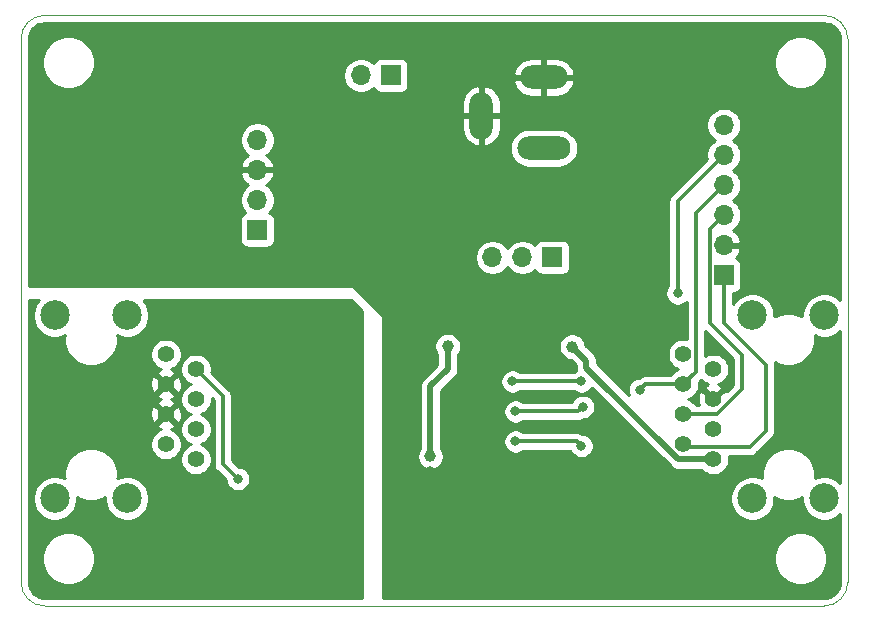
<source format=gbl>
G04 #@! TF.GenerationSoftware,KiCad,Pcbnew,5.1.6-c6e7f7d~87~ubuntu18.04.1*
G04 #@! TF.CreationDate,2020-08-30T13:04:45+02:00*
G04 #@! TF.ProjectId,s88iso,73383869-736f-42e6-9b69-6361645f7063,2020/08*
G04 #@! TF.SameCoordinates,Original*
G04 #@! TF.FileFunction,Copper,L2,Bot*
G04 #@! TF.FilePolarity,Positive*
%FSLAX46Y46*%
G04 Gerber Fmt 4.6, Leading zero omitted, Abs format (unit mm)*
G04 Created by KiCad (PCBNEW 5.1.6-c6e7f7d~87~ubuntu18.04.1) date 2020-08-30 13:04:45*
%MOMM*%
%LPD*%
G01*
G04 APERTURE LIST*
G04 #@! TA.AperFunction,Profile*
%ADD10C,0.050000*%
G04 #@! TD*
G04 #@! TA.AperFunction,ComponentPad*
%ADD11O,1.700000X1.700000*%
G04 #@! TD*
G04 #@! TA.AperFunction,ComponentPad*
%ADD12R,1.700000X1.700000*%
G04 #@! TD*
G04 #@! TA.AperFunction,ComponentPad*
%ADD13C,2.500000*%
G04 #@! TD*
G04 #@! TA.AperFunction,ComponentPad*
%ADD14C,1.400000*%
G04 #@! TD*
G04 #@! TA.AperFunction,ComponentPad*
%ADD15O,1.998980X4.000500*%
G04 #@! TD*
G04 #@! TA.AperFunction,ComponentPad*
%ADD16O,4.000500X1.998980*%
G04 #@! TD*
G04 #@! TA.AperFunction,ComponentPad*
%ADD17O,4.500880X1.998980*%
G04 #@! TD*
G04 #@! TA.AperFunction,ViaPad*
%ADD18C,0.800000*%
G04 #@! TD*
G04 #@! TA.AperFunction,ViaPad*
%ADD19C,1.000000*%
G04 #@! TD*
G04 #@! TA.AperFunction,Conductor*
%ADD20C,0.500000*%
G04 #@! TD*
G04 #@! TA.AperFunction,Conductor*
%ADD21C,0.300000*%
G04 #@! TD*
G04 #@! TA.AperFunction,Conductor*
%ADD22C,0.254000*%
G04 #@! TD*
G04 APERTURE END LIST*
D10*
X100000000Y-128000000D02*
X100000000Y-82000000D01*
X168000000Y-130000000D02*
X102000000Y-130000000D01*
X170000000Y-82000000D02*
X170000000Y-128000000D01*
X168000000Y-80000000D02*
X102000000Y-80000000D01*
X100000000Y-82000000D02*
G75*
G02*
X102000000Y-80000000I2000000J0D01*
G01*
X168000000Y-80000000D02*
G75*
G02*
X170000000Y-82000000I0J-2000000D01*
G01*
X170000000Y-128000000D02*
G75*
G02*
X168000000Y-130000000I-2000000J0D01*
G01*
X102000000Y-130000000D02*
G75*
G02*
X100000000Y-128000000I0J2000000D01*
G01*
D11*
X139920000Y-100500000D03*
X142460000Y-100500000D03*
D12*
X145000000Y-100500000D03*
D13*
X108979000Y-120899000D03*
X108979000Y-105399000D03*
D14*
X114809000Y-117594000D03*
X112269000Y-116324000D03*
X114809000Y-115054000D03*
X112269000Y-113784000D03*
X114809000Y-112514000D03*
X114809000Y-109974000D03*
X112269000Y-108704000D03*
X112269000Y-111244000D03*
D13*
X102879000Y-120899000D03*
X102879000Y-105399000D03*
D11*
X120015000Y-90551000D03*
X120015000Y-93091000D03*
X120015000Y-95631000D03*
D12*
X120015000Y-98171000D03*
D13*
X168012000Y-120899000D03*
X168012000Y-105399000D03*
D14*
X158622000Y-115054000D03*
X158622000Y-117594000D03*
X156082000Y-116324000D03*
X156082000Y-113784000D03*
X158622000Y-112514000D03*
X156082000Y-111244000D03*
X158622000Y-109974000D03*
X156082000Y-108704000D03*
D13*
X161912000Y-120899000D03*
X161912000Y-105399000D03*
D15*
X138971020Y-88500120D03*
D16*
X144272000Y-85248920D03*
D17*
X144272000Y-91250940D03*
D12*
X159512000Y-102000000D03*
D11*
X159512000Y-99460000D03*
X159512000Y-96920000D03*
X159512000Y-94380000D03*
X159512000Y-91840000D03*
X159512000Y-89300000D03*
D12*
X131318000Y-85090000D03*
D11*
X128778000Y-85090000D03*
D18*
X137820400Y-121818400D03*
X141224000Y-118618000D03*
X134620000Y-118618000D03*
X133350000Y-104394000D03*
X139446000Y-104394000D03*
X145034000Y-104648000D03*
D19*
X146659600Y-108051600D03*
X134670800Y-117348000D03*
X136141700Y-107998500D03*
D18*
X125000000Y-110000000D03*
X125000000Y-119000000D03*
X152400000Y-111709200D03*
X155600400Y-103530400D03*
X141605000Y-110998000D03*
X147447000Y-110998000D03*
X141859000Y-113538000D03*
X147574000Y-113157000D03*
X141859000Y-116078000D03*
X147447000Y-116459000D03*
X118364000Y-119253000D03*
D20*
X155649998Y-117594000D02*
X147878800Y-109822802D01*
X158622000Y-117594000D02*
X155649998Y-117594000D01*
X147878800Y-109270800D02*
X146659600Y-108051600D01*
X147878800Y-109822802D02*
X147878800Y-109270800D01*
X134670800Y-117348000D02*
X134670800Y-111404400D01*
X136141700Y-109933500D02*
X136141700Y-107998500D01*
X134670800Y-111404400D02*
X136141700Y-109933500D01*
D21*
X159512000Y-102000000D02*
X159512000Y-106070400D01*
X159512000Y-106070400D02*
X163068000Y-109626400D01*
X163068000Y-109626400D02*
X163068000Y-115163600D01*
X156301999Y-116543999D02*
X156082000Y-116324000D01*
X161687601Y-116543999D02*
X156301999Y-116543999D01*
X163068000Y-115163600D02*
X161687601Y-116543999D01*
X158311999Y-98120001D02*
X158311999Y-106038799D01*
X159512000Y-96920000D02*
X158311999Y-98120001D01*
X158311999Y-106038799D02*
X161036000Y-108762800D01*
X158906002Y-113784000D02*
X156082000Y-113784000D01*
X161036000Y-111654002D02*
X158906002Y-113784000D01*
X161036000Y-108762800D02*
X161036000Y-111654002D01*
X152865200Y-111244000D02*
X156082000Y-111244000D01*
X152400000Y-111709200D02*
X152865200Y-111244000D01*
X157132001Y-96759999D02*
X159512000Y-94380000D01*
X157132001Y-110193999D02*
X157132001Y-96759999D01*
X156082000Y-111244000D02*
X157132001Y-110193999D01*
X155600400Y-95751600D02*
X159512000Y-91840000D01*
X155600400Y-103530400D02*
X155600400Y-95751600D01*
X147447000Y-110998000D02*
X141605000Y-110998000D01*
X147193000Y-113538000D02*
X147574000Y-113157000D01*
X141859000Y-113538000D02*
X147193000Y-113538000D01*
X147066000Y-116078000D02*
X147447000Y-116459000D01*
X141859000Y-116078000D02*
X147066000Y-116078000D01*
X118364000Y-119253000D02*
X117094000Y-117983000D01*
X117094000Y-112259000D02*
X114809000Y-109974000D01*
X117094000Y-117983000D02*
X117094000Y-112259000D01*
D22*
G36*
X101414825Y-104197382D02*
G01*
X101208534Y-104506118D01*
X101066439Y-104849166D01*
X100994000Y-105213344D01*
X100994000Y-105584656D01*
X101066439Y-105948834D01*
X101208534Y-106291882D01*
X101414825Y-106600618D01*
X101677382Y-106863175D01*
X101986118Y-107069466D01*
X102329166Y-107211561D01*
X102693344Y-107284000D01*
X103064656Y-107284000D01*
X103428834Y-107211561D01*
X103690532Y-107103162D01*
X103669000Y-107211409D01*
X103669000Y-107656591D01*
X103755851Y-108093218D01*
X103926214Y-108504511D01*
X104173544Y-108874666D01*
X104488334Y-109189456D01*
X104858489Y-109436786D01*
X105269782Y-109607149D01*
X105706409Y-109694000D01*
X106151591Y-109694000D01*
X106588218Y-109607149D01*
X106999511Y-109436786D01*
X107369666Y-109189456D01*
X107684456Y-108874666D01*
X107886347Y-108572514D01*
X110934000Y-108572514D01*
X110934000Y-108835486D01*
X110985304Y-109093405D01*
X111085939Y-109336359D01*
X111232038Y-109555013D01*
X111417987Y-109740962D01*
X111636641Y-109887061D01*
X111850444Y-109975621D01*
X111687634Y-110035065D01*
X111586797Y-110088963D01*
X111527336Y-110322731D01*
X112269000Y-111064395D01*
X113010664Y-110322731D01*
X112951203Y-110088963D01*
X112712758Y-109978066D01*
X112693173Y-109973294D01*
X112901359Y-109887061D01*
X112968028Y-109842514D01*
X113474000Y-109842514D01*
X113474000Y-110105486D01*
X113525304Y-110363405D01*
X113625939Y-110606359D01*
X113772038Y-110825013D01*
X113957987Y-111010962D01*
X114176641Y-111157061D01*
X114386530Y-111244000D01*
X114176641Y-111330939D01*
X113957987Y-111477038D01*
X113772038Y-111662987D01*
X113625939Y-111881641D01*
X113525304Y-112124595D01*
X113474000Y-112382514D01*
X113474000Y-112645486D01*
X113525304Y-112903405D01*
X113625939Y-113146359D01*
X113772038Y-113365013D01*
X113957987Y-113550962D01*
X114176641Y-113697061D01*
X114386530Y-113784000D01*
X114176641Y-113870939D01*
X113957987Y-114017038D01*
X113772038Y-114202987D01*
X113625939Y-114421641D01*
X113525304Y-114664595D01*
X113474000Y-114922514D01*
X113474000Y-115185486D01*
X113525304Y-115443405D01*
X113625939Y-115686359D01*
X113772038Y-115905013D01*
X113957987Y-116090962D01*
X114176641Y-116237061D01*
X114386530Y-116324000D01*
X114176641Y-116410939D01*
X113957987Y-116557038D01*
X113772038Y-116742987D01*
X113625939Y-116961641D01*
X113525304Y-117204595D01*
X113474000Y-117462514D01*
X113474000Y-117725486D01*
X113525304Y-117983405D01*
X113625939Y-118226359D01*
X113772038Y-118445013D01*
X113957987Y-118630962D01*
X114176641Y-118777061D01*
X114419595Y-118877696D01*
X114677514Y-118929000D01*
X114940486Y-118929000D01*
X115198405Y-118877696D01*
X115441359Y-118777061D01*
X115660013Y-118630962D01*
X115845962Y-118445013D01*
X115992061Y-118226359D01*
X116092696Y-117983405D01*
X116144000Y-117725486D01*
X116144000Y-117462514D01*
X116092696Y-117204595D01*
X115992061Y-116961641D01*
X115845962Y-116742987D01*
X115660013Y-116557038D01*
X115441359Y-116410939D01*
X115231470Y-116324000D01*
X115441359Y-116237061D01*
X115660013Y-116090962D01*
X115845962Y-115905013D01*
X115992061Y-115686359D01*
X116092696Y-115443405D01*
X116144000Y-115185486D01*
X116144000Y-114922514D01*
X116092696Y-114664595D01*
X115992061Y-114421641D01*
X115845962Y-114202987D01*
X115660013Y-114017038D01*
X115441359Y-113870939D01*
X115231470Y-113784000D01*
X115441359Y-113697061D01*
X115660013Y-113550962D01*
X115845962Y-113365013D01*
X115992061Y-113146359D01*
X116092696Y-112903405D01*
X116144000Y-112645486D01*
X116144000Y-112419158D01*
X116309001Y-112584159D01*
X116309000Y-117944447D01*
X116305203Y-117983000D01*
X116309000Y-118021553D01*
X116309000Y-118021560D01*
X116320359Y-118136886D01*
X116365246Y-118284859D01*
X116438138Y-118421232D01*
X116536236Y-118540764D01*
X116566190Y-118565347D01*
X117329000Y-119328158D01*
X117329000Y-119354939D01*
X117368774Y-119554898D01*
X117446795Y-119743256D01*
X117560063Y-119912774D01*
X117704226Y-120056937D01*
X117873744Y-120170205D01*
X118062102Y-120248226D01*
X118262061Y-120288000D01*
X118465939Y-120288000D01*
X118665898Y-120248226D01*
X118854256Y-120170205D01*
X119023774Y-120056937D01*
X119167937Y-119912774D01*
X119281205Y-119743256D01*
X119359226Y-119554898D01*
X119399000Y-119354939D01*
X119399000Y-119151061D01*
X119359226Y-118951102D01*
X119281205Y-118762744D01*
X119167937Y-118593226D01*
X119023774Y-118449063D01*
X118854256Y-118335795D01*
X118665898Y-118257774D01*
X118465939Y-118218000D01*
X118439158Y-118218000D01*
X117879000Y-117657843D01*
X117879000Y-112297555D01*
X117882797Y-112259000D01*
X117879000Y-112220444D01*
X117879000Y-112220439D01*
X117873566Y-112165269D01*
X117867642Y-112105113D01*
X117822754Y-111957140D01*
X117782399Y-111881641D01*
X117749862Y-111820767D01*
X117651764Y-111701236D01*
X117621816Y-111676658D01*
X116128511Y-110183354D01*
X116144000Y-110105486D01*
X116144000Y-109842514D01*
X116092696Y-109584595D01*
X115992061Y-109341641D01*
X115845962Y-109122987D01*
X115660013Y-108937038D01*
X115441359Y-108790939D01*
X115198405Y-108690304D01*
X114940486Y-108639000D01*
X114677514Y-108639000D01*
X114419595Y-108690304D01*
X114176641Y-108790939D01*
X113957987Y-108937038D01*
X113772038Y-109122987D01*
X113625939Y-109341641D01*
X113525304Y-109584595D01*
X113474000Y-109842514D01*
X112968028Y-109842514D01*
X113120013Y-109740962D01*
X113305962Y-109555013D01*
X113452061Y-109336359D01*
X113552696Y-109093405D01*
X113604000Y-108835486D01*
X113604000Y-108572514D01*
X113552696Y-108314595D01*
X113452061Y-108071641D01*
X113305962Y-107852987D01*
X113120013Y-107667038D01*
X112901359Y-107520939D01*
X112658405Y-107420304D01*
X112400486Y-107369000D01*
X112137514Y-107369000D01*
X111879595Y-107420304D01*
X111636641Y-107520939D01*
X111417987Y-107667038D01*
X111232038Y-107852987D01*
X111085939Y-108071641D01*
X110985304Y-108314595D01*
X110934000Y-108572514D01*
X107886347Y-108572514D01*
X107931786Y-108504511D01*
X108102149Y-108093218D01*
X108189000Y-107656591D01*
X108189000Y-107211409D01*
X108167468Y-107103162D01*
X108429166Y-107211561D01*
X108793344Y-107284000D01*
X109164656Y-107284000D01*
X109528834Y-107211561D01*
X109871882Y-107069466D01*
X110180618Y-106863175D01*
X110443175Y-106600618D01*
X110649466Y-106291882D01*
X110791561Y-105948834D01*
X110864000Y-105584656D01*
X110864000Y-105213344D01*
X110791561Y-104849166D01*
X110649466Y-104506118D01*
X110443175Y-104197382D01*
X110372793Y-104127000D01*
X127947394Y-104127000D01*
X128873000Y-105052606D01*
X128873000Y-129340000D01*
X102032279Y-129340000D01*
X101740340Y-129311375D01*
X101490571Y-129235965D01*
X101260206Y-129113477D01*
X101058021Y-128948579D01*
X100891712Y-128747546D01*
X100767622Y-128518046D01*
X100690469Y-128268805D01*
X100660000Y-127978911D01*
X100660000Y-125779872D01*
X101765000Y-125779872D01*
X101765000Y-126220128D01*
X101850890Y-126651925D01*
X102019369Y-127058669D01*
X102263962Y-127424729D01*
X102575271Y-127736038D01*
X102941331Y-127980631D01*
X103348075Y-128149110D01*
X103779872Y-128235000D01*
X104220128Y-128235000D01*
X104651925Y-128149110D01*
X105058669Y-127980631D01*
X105424729Y-127736038D01*
X105736038Y-127424729D01*
X105980631Y-127058669D01*
X106149110Y-126651925D01*
X106235000Y-126220128D01*
X106235000Y-125779872D01*
X106149110Y-125348075D01*
X105980631Y-124941331D01*
X105736038Y-124575271D01*
X105424729Y-124263962D01*
X105058669Y-124019369D01*
X104651925Y-123850890D01*
X104220128Y-123765000D01*
X103779872Y-123765000D01*
X103348075Y-123850890D01*
X102941331Y-124019369D01*
X102575271Y-124263962D01*
X102263962Y-124575271D01*
X102019369Y-124941331D01*
X101850890Y-125348075D01*
X101765000Y-125779872D01*
X100660000Y-125779872D01*
X100660000Y-120713344D01*
X100994000Y-120713344D01*
X100994000Y-121084656D01*
X101066439Y-121448834D01*
X101208534Y-121791882D01*
X101414825Y-122100618D01*
X101677382Y-122363175D01*
X101986118Y-122569466D01*
X102329166Y-122711561D01*
X102693344Y-122784000D01*
X103064656Y-122784000D01*
X103428834Y-122711561D01*
X103771882Y-122569466D01*
X104080618Y-122363175D01*
X104343175Y-122100618D01*
X104549466Y-121791882D01*
X104691561Y-121448834D01*
X104764000Y-121084656D01*
X104764000Y-120803650D01*
X104858489Y-120866786D01*
X105269782Y-121037149D01*
X105706409Y-121124000D01*
X106151591Y-121124000D01*
X106588218Y-121037149D01*
X106999511Y-120866786D01*
X107094000Y-120803650D01*
X107094000Y-121084656D01*
X107166439Y-121448834D01*
X107308534Y-121791882D01*
X107514825Y-122100618D01*
X107777382Y-122363175D01*
X108086118Y-122569466D01*
X108429166Y-122711561D01*
X108793344Y-122784000D01*
X109164656Y-122784000D01*
X109528834Y-122711561D01*
X109871882Y-122569466D01*
X110180618Y-122363175D01*
X110443175Y-122100618D01*
X110649466Y-121791882D01*
X110791561Y-121448834D01*
X110864000Y-121084656D01*
X110864000Y-120713344D01*
X110791561Y-120349166D01*
X110649466Y-120006118D01*
X110443175Y-119697382D01*
X110180618Y-119434825D01*
X109871882Y-119228534D01*
X109528834Y-119086439D01*
X109164656Y-119014000D01*
X108793344Y-119014000D01*
X108429166Y-119086439D01*
X108167468Y-119194838D01*
X108189000Y-119086591D01*
X108189000Y-118641409D01*
X108102149Y-118204782D01*
X107931786Y-117793489D01*
X107684456Y-117423334D01*
X107369666Y-117108544D01*
X106999511Y-116861214D01*
X106588218Y-116690851D01*
X106151591Y-116604000D01*
X105706409Y-116604000D01*
X105269782Y-116690851D01*
X104858489Y-116861214D01*
X104488334Y-117108544D01*
X104173544Y-117423334D01*
X103926214Y-117793489D01*
X103755851Y-118204782D01*
X103669000Y-118641409D01*
X103669000Y-119086591D01*
X103690532Y-119194838D01*
X103428834Y-119086439D01*
X103064656Y-119014000D01*
X102693344Y-119014000D01*
X102329166Y-119086439D01*
X101986118Y-119228534D01*
X101677382Y-119434825D01*
X101414825Y-119697382D01*
X101208534Y-120006118D01*
X101066439Y-120349166D01*
X100994000Y-120713344D01*
X100660000Y-120713344D01*
X100660000Y-116192514D01*
X110934000Y-116192514D01*
X110934000Y-116455486D01*
X110985304Y-116713405D01*
X111085939Y-116956359D01*
X111232038Y-117175013D01*
X111417987Y-117360962D01*
X111636641Y-117507061D01*
X111879595Y-117607696D01*
X112137514Y-117659000D01*
X112400486Y-117659000D01*
X112658405Y-117607696D01*
X112901359Y-117507061D01*
X113120013Y-117360962D01*
X113305962Y-117175013D01*
X113452061Y-116956359D01*
X113552696Y-116713405D01*
X113604000Y-116455486D01*
X113604000Y-116192514D01*
X113552696Y-115934595D01*
X113452061Y-115691641D01*
X113305962Y-115472987D01*
X113120013Y-115287038D01*
X112901359Y-115140939D01*
X112687556Y-115052379D01*
X112850366Y-114992935D01*
X112951203Y-114939037D01*
X113010664Y-114705269D01*
X112269000Y-113963605D01*
X111527336Y-114705269D01*
X111586797Y-114939037D01*
X111825242Y-115049934D01*
X111844827Y-115054706D01*
X111636641Y-115140939D01*
X111417987Y-115287038D01*
X111232038Y-115472987D01*
X111085939Y-115691641D01*
X110985304Y-115934595D01*
X110934000Y-116192514D01*
X100660000Y-116192514D01*
X100660000Y-113858473D01*
X110929610Y-113858473D01*
X110969875Y-114118344D01*
X111060065Y-114365366D01*
X111113963Y-114466203D01*
X111347731Y-114525664D01*
X112089395Y-113784000D01*
X112448605Y-113784000D01*
X113190269Y-114525664D01*
X113424037Y-114466203D01*
X113534934Y-114227758D01*
X113597183Y-113972260D01*
X113608390Y-113709527D01*
X113568125Y-113449656D01*
X113477935Y-113202634D01*
X113424037Y-113101797D01*
X113190269Y-113042336D01*
X112448605Y-113784000D01*
X112089395Y-113784000D01*
X111347731Y-113042336D01*
X111113963Y-113101797D01*
X111003066Y-113340242D01*
X110940817Y-113595740D01*
X110929610Y-113858473D01*
X100660000Y-113858473D01*
X100660000Y-112165269D01*
X111527336Y-112165269D01*
X111586797Y-112399037D01*
X111825242Y-112509934D01*
X111849701Y-112515893D01*
X111687634Y-112575065D01*
X111586797Y-112628963D01*
X111527336Y-112862731D01*
X112269000Y-113604395D01*
X113010664Y-112862731D01*
X112951203Y-112628963D01*
X112712758Y-112518066D01*
X112688299Y-112512107D01*
X112850366Y-112452935D01*
X112951203Y-112399037D01*
X113010664Y-112165269D01*
X112269000Y-111423605D01*
X111527336Y-112165269D01*
X100660000Y-112165269D01*
X100660000Y-111318473D01*
X110929610Y-111318473D01*
X110969875Y-111578344D01*
X111060065Y-111825366D01*
X111113963Y-111926203D01*
X111347731Y-111985664D01*
X112089395Y-111244000D01*
X112448605Y-111244000D01*
X113190269Y-111985664D01*
X113424037Y-111926203D01*
X113534934Y-111687758D01*
X113597183Y-111432260D01*
X113608390Y-111169527D01*
X113568125Y-110909656D01*
X113477935Y-110662634D01*
X113424037Y-110561797D01*
X113190269Y-110502336D01*
X112448605Y-111244000D01*
X112089395Y-111244000D01*
X111347731Y-110502336D01*
X111113963Y-110561797D01*
X111003066Y-110800242D01*
X110940817Y-111055740D01*
X110929610Y-111318473D01*
X100660000Y-111318473D01*
X100660000Y-104127000D01*
X101485207Y-104127000D01*
X101414825Y-104197382D01*
G37*
X101414825Y-104197382D02*
X101208534Y-104506118D01*
X101066439Y-104849166D01*
X100994000Y-105213344D01*
X100994000Y-105584656D01*
X101066439Y-105948834D01*
X101208534Y-106291882D01*
X101414825Y-106600618D01*
X101677382Y-106863175D01*
X101986118Y-107069466D01*
X102329166Y-107211561D01*
X102693344Y-107284000D01*
X103064656Y-107284000D01*
X103428834Y-107211561D01*
X103690532Y-107103162D01*
X103669000Y-107211409D01*
X103669000Y-107656591D01*
X103755851Y-108093218D01*
X103926214Y-108504511D01*
X104173544Y-108874666D01*
X104488334Y-109189456D01*
X104858489Y-109436786D01*
X105269782Y-109607149D01*
X105706409Y-109694000D01*
X106151591Y-109694000D01*
X106588218Y-109607149D01*
X106999511Y-109436786D01*
X107369666Y-109189456D01*
X107684456Y-108874666D01*
X107886347Y-108572514D01*
X110934000Y-108572514D01*
X110934000Y-108835486D01*
X110985304Y-109093405D01*
X111085939Y-109336359D01*
X111232038Y-109555013D01*
X111417987Y-109740962D01*
X111636641Y-109887061D01*
X111850444Y-109975621D01*
X111687634Y-110035065D01*
X111586797Y-110088963D01*
X111527336Y-110322731D01*
X112269000Y-111064395D01*
X113010664Y-110322731D01*
X112951203Y-110088963D01*
X112712758Y-109978066D01*
X112693173Y-109973294D01*
X112901359Y-109887061D01*
X112968028Y-109842514D01*
X113474000Y-109842514D01*
X113474000Y-110105486D01*
X113525304Y-110363405D01*
X113625939Y-110606359D01*
X113772038Y-110825013D01*
X113957987Y-111010962D01*
X114176641Y-111157061D01*
X114386530Y-111244000D01*
X114176641Y-111330939D01*
X113957987Y-111477038D01*
X113772038Y-111662987D01*
X113625939Y-111881641D01*
X113525304Y-112124595D01*
X113474000Y-112382514D01*
X113474000Y-112645486D01*
X113525304Y-112903405D01*
X113625939Y-113146359D01*
X113772038Y-113365013D01*
X113957987Y-113550962D01*
X114176641Y-113697061D01*
X114386530Y-113784000D01*
X114176641Y-113870939D01*
X113957987Y-114017038D01*
X113772038Y-114202987D01*
X113625939Y-114421641D01*
X113525304Y-114664595D01*
X113474000Y-114922514D01*
X113474000Y-115185486D01*
X113525304Y-115443405D01*
X113625939Y-115686359D01*
X113772038Y-115905013D01*
X113957987Y-116090962D01*
X114176641Y-116237061D01*
X114386530Y-116324000D01*
X114176641Y-116410939D01*
X113957987Y-116557038D01*
X113772038Y-116742987D01*
X113625939Y-116961641D01*
X113525304Y-117204595D01*
X113474000Y-117462514D01*
X113474000Y-117725486D01*
X113525304Y-117983405D01*
X113625939Y-118226359D01*
X113772038Y-118445013D01*
X113957987Y-118630962D01*
X114176641Y-118777061D01*
X114419595Y-118877696D01*
X114677514Y-118929000D01*
X114940486Y-118929000D01*
X115198405Y-118877696D01*
X115441359Y-118777061D01*
X115660013Y-118630962D01*
X115845962Y-118445013D01*
X115992061Y-118226359D01*
X116092696Y-117983405D01*
X116144000Y-117725486D01*
X116144000Y-117462514D01*
X116092696Y-117204595D01*
X115992061Y-116961641D01*
X115845962Y-116742987D01*
X115660013Y-116557038D01*
X115441359Y-116410939D01*
X115231470Y-116324000D01*
X115441359Y-116237061D01*
X115660013Y-116090962D01*
X115845962Y-115905013D01*
X115992061Y-115686359D01*
X116092696Y-115443405D01*
X116144000Y-115185486D01*
X116144000Y-114922514D01*
X116092696Y-114664595D01*
X115992061Y-114421641D01*
X115845962Y-114202987D01*
X115660013Y-114017038D01*
X115441359Y-113870939D01*
X115231470Y-113784000D01*
X115441359Y-113697061D01*
X115660013Y-113550962D01*
X115845962Y-113365013D01*
X115992061Y-113146359D01*
X116092696Y-112903405D01*
X116144000Y-112645486D01*
X116144000Y-112419158D01*
X116309001Y-112584159D01*
X116309000Y-117944447D01*
X116305203Y-117983000D01*
X116309000Y-118021553D01*
X116309000Y-118021560D01*
X116320359Y-118136886D01*
X116365246Y-118284859D01*
X116438138Y-118421232D01*
X116536236Y-118540764D01*
X116566190Y-118565347D01*
X117329000Y-119328158D01*
X117329000Y-119354939D01*
X117368774Y-119554898D01*
X117446795Y-119743256D01*
X117560063Y-119912774D01*
X117704226Y-120056937D01*
X117873744Y-120170205D01*
X118062102Y-120248226D01*
X118262061Y-120288000D01*
X118465939Y-120288000D01*
X118665898Y-120248226D01*
X118854256Y-120170205D01*
X119023774Y-120056937D01*
X119167937Y-119912774D01*
X119281205Y-119743256D01*
X119359226Y-119554898D01*
X119399000Y-119354939D01*
X119399000Y-119151061D01*
X119359226Y-118951102D01*
X119281205Y-118762744D01*
X119167937Y-118593226D01*
X119023774Y-118449063D01*
X118854256Y-118335795D01*
X118665898Y-118257774D01*
X118465939Y-118218000D01*
X118439158Y-118218000D01*
X117879000Y-117657843D01*
X117879000Y-112297555D01*
X117882797Y-112259000D01*
X117879000Y-112220444D01*
X117879000Y-112220439D01*
X117873566Y-112165269D01*
X117867642Y-112105113D01*
X117822754Y-111957140D01*
X117782399Y-111881641D01*
X117749862Y-111820767D01*
X117651764Y-111701236D01*
X117621816Y-111676658D01*
X116128511Y-110183354D01*
X116144000Y-110105486D01*
X116144000Y-109842514D01*
X116092696Y-109584595D01*
X115992061Y-109341641D01*
X115845962Y-109122987D01*
X115660013Y-108937038D01*
X115441359Y-108790939D01*
X115198405Y-108690304D01*
X114940486Y-108639000D01*
X114677514Y-108639000D01*
X114419595Y-108690304D01*
X114176641Y-108790939D01*
X113957987Y-108937038D01*
X113772038Y-109122987D01*
X113625939Y-109341641D01*
X113525304Y-109584595D01*
X113474000Y-109842514D01*
X112968028Y-109842514D01*
X113120013Y-109740962D01*
X113305962Y-109555013D01*
X113452061Y-109336359D01*
X113552696Y-109093405D01*
X113604000Y-108835486D01*
X113604000Y-108572514D01*
X113552696Y-108314595D01*
X113452061Y-108071641D01*
X113305962Y-107852987D01*
X113120013Y-107667038D01*
X112901359Y-107520939D01*
X112658405Y-107420304D01*
X112400486Y-107369000D01*
X112137514Y-107369000D01*
X111879595Y-107420304D01*
X111636641Y-107520939D01*
X111417987Y-107667038D01*
X111232038Y-107852987D01*
X111085939Y-108071641D01*
X110985304Y-108314595D01*
X110934000Y-108572514D01*
X107886347Y-108572514D01*
X107931786Y-108504511D01*
X108102149Y-108093218D01*
X108189000Y-107656591D01*
X108189000Y-107211409D01*
X108167468Y-107103162D01*
X108429166Y-107211561D01*
X108793344Y-107284000D01*
X109164656Y-107284000D01*
X109528834Y-107211561D01*
X109871882Y-107069466D01*
X110180618Y-106863175D01*
X110443175Y-106600618D01*
X110649466Y-106291882D01*
X110791561Y-105948834D01*
X110864000Y-105584656D01*
X110864000Y-105213344D01*
X110791561Y-104849166D01*
X110649466Y-104506118D01*
X110443175Y-104197382D01*
X110372793Y-104127000D01*
X127947394Y-104127000D01*
X128873000Y-105052606D01*
X128873000Y-129340000D01*
X102032279Y-129340000D01*
X101740340Y-129311375D01*
X101490571Y-129235965D01*
X101260206Y-129113477D01*
X101058021Y-128948579D01*
X100891712Y-128747546D01*
X100767622Y-128518046D01*
X100690469Y-128268805D01*
X100660000Y-127978911D01*
X100660000Y-125779872D01*
X101765000Y-125779872D01*
X101765000Y-126220128D01*
X101850890Y-126651925D01*
X102019369Y-127058669D01*
X102263962Y-127424729D01*
X102575271Y-127736038D01*
X102941331Y-127980631D01*
X103348075Y-128149110D01*
X103779872Y-128235000D01*
X104220128Y-128235000D01*
X104651925Y-128149110D01*
X105058669Y-127980631D01*
X105424729Y-127736038D01*
X105736038Y-127424729D01*
X105980631Y-127058669D01*
X106149110Y-126651925D01*
X106235000Y-126220128D01*
X106235000Y-125779872D01*
X106149110Y-125348075D01*
X105980631Y-124941331D01*
X105736038Y-124575271D01*
X105424729Y-124263962D01*
X105058669Y-124019369D01*
X104651925Y-123850890D01*
X104220128Y-123765000D01*
X103779872Y-123765000D01*
X103348075Y-123850890D01*
X102941331Y-124019369D01*
X102575271Y-124263962D01*
X102263962Y-124575271D01*
X102019369Y-124941331D01*
X101850890Y-125348075D01*
X101765000Y-125779872D01*
X100660000Y-125779872D01*
X100660000Y-120713344D01*
X100994000Y-120713344D01*
X100994000Y-121084656D01*
X101066439Y-121448834D01*
X101208534Y-121791882D01*
X101414825Y-122100618D01*
X101677382Y-122363175D01*
X101986118Y-122569466D01*
X102329166Y-122711561D01*
X102693344Y-122784000D01*
X103064656Y-122784000D01*
X103428834Y-122711561D01*
X103771882Y-122569466D01*
X104080618Y-122363175D01*
X104343175Y-122100618D01*
X104549466Y-121791882D01*
X104691561Y-121448834D01*
X104764000Y-121084656D01*
X104764000Y-120803650D01*
X104858489Y-120866786D01*
X105269782Y-121037149D01*
X105706409Y-121124000D01*
X106151591Y-121124000D01*
X106588218Y-121037149D01*
X106999511Y-120866786D01*
X107094000Y-120803650D01*
X107094000Y-121084656D01*
X107166439Y-121448834D01*
X107308534Y-121791882D01*
X107514825Y-122100618D01*
X107777382Y-122363175D01*
X108086118Y-122569466D01*
X108429166Y-122711561D01*
X108793344Y-122784000D01*
X109164656Y-122784000D01*
X109528834Y-122711561D01*
X109871882Y-122569466D01*
X110180618Y-122363175D01*
X110443175Y-122100618D01*
X110649466Y-121791882D01*
X110791561Y-121448834D01*
X110864000Y-121084656D01*
X110864000Y-120713344D01*
X110791561Y-120349166D01*
X110649466Y-120006118D01*
X110443175Y-119697382D01*
X110180618Y-119434825D01*
X109871882Y-119228534D01*
X109528834Y-119086439D01*
X109164656Y-119014000D01*
X108793344Y-119014000D01*
X108429166Y-119086439D01*
X108167468Y-119194838D01*
X108189000Y-119086591D01*
X108189000Y-118641409D01*
X108102149Y-118204782D01*
X107931786Y-117793489D01*
X107684456Y-117423334D01*
X107369666Y-117108544D01*
X106999511Y-116861214D01*
X106588218Y-116690851D01*
X106151591Y-116604000D01*
X105706409Y-116604000D01*
X105269782Y-116690851D01*
X104858489Y-116861214D01*
X104488334Y-117108544D01*
X104173544Y-117423334D01*
X103926214Y-117793489D01*
X103755851Y-118204782D01*
X103669000Y-118641409D01*
X103669000Y-119086591D01*
X103690532Y-119194838D01*
X103428834Y-119086439D01*
X103064656Y-119014000D01*
X102693344Y-119014000D01*
X102329166Y-119086439D01*
X101986118Y-119228534D01*
X101677382Y-119434825D01*
X101414825Y-119697382D01*
X101208534Y-120006118D01*
X101066439Y-120349166D01*
X100994000Y-120713344D01*
X100660000Y-120713344D01*
X100660000Y-116192514D01*
X110934000Y-116192514D01*
X110934000Y-116455486D01*
X110985304Y-116713405D01*
X111085939Y-116956359D01*
X111232038Y-117175013D01*
X111417987Y-117360962D01*
X111636641Y-117507061D01*
X111879595Y-117607696D01*
X112137514Y-117659000D01*
X112400486Y-117659000D01*
X112658405Y-117607696D01*
X112901359Y-117507061D01*
X113120013Y-117360962D01*
X113305962Y-117175013D01*
X113452061Y-116956359D01*
X113552696Y-116713405D01*
X113604000Y-116455486D01*
X113604000Y-116192514D01*
X113552696Y-115934595D01*
X113452061Y-115691641D01*
X113305962Y-115472987D01*
X113120013Y-115287038D01*
X112901359Y-115140939D01*
X112687556Y-115052379D01*
X112850366Y-114992935D01*
X112951203Y-114939037D01*
X113010664Y-114705269D01*
X112269000Y-113963605D01*
X111527336Y-114705269D01*
X111586797Y-114939037D01*
X111825242Y-115049934D01*
X111844827Y-115054706D01*
X111636641Y-115140939D01*
X111417987Y-115287038D01*
X111232038Y-115472987D01*
X111085939Y-115691641D01*
X110985304Y-115934595D01*
X110934000Y-116192514D01*
X100660000Y-116192514D01*
X100660000Y-113858473D01*
X110929610Y-113858473D01*
X110969875Y-114118344D01*
X111060065Y-114365366D01*
X111113963Y-114466203D01*
X111347731Y-114525664D01*
X112089395Y-113784000D01*
X112448605Y-113784000D01*
X113190269Y-114525664D01*
X113424037Y-114466203D01*
X113534934Y-114227758D01*
X113597183Y-113972260D01*
X113608390Y-113709527D01*
X113568125Y-113449656D01*
X113477935Y-113202634D01*
X113424037Y-113101797D01*
X113190269Y-113042336D01*
X112448605Y-113784000D01*
X112089395Y-113784000D01*
X111347731Y-113042336D01*
X111113963Y-113101797D01*
X111003066Y-113340242D01*
X110940817Y-113595740D01*
X110929610Y-113858473D01*
X100660000Y-113858473D01*
X100660000Y-112165269D01*
X111527336Y-112165269D01*
X111586797Y-112399037D01*
X111825242Y-112509934D01*
X111849701Y-112515893D01*
X111687634Y-112575065D01*
X111586797Y-112628963D01*
X111527336Y-112862731D01*
X112269000Y-113604395D01*
X113010664Y-112862731D01*
X112951203Y-112628963D01*
X112712758Y-112518066D01*
X112688299Y-112512107D01*
X112850366Y-112452935D01*
X112951203Y-112399037D01*
X113010664Y-112165269D01*
X112269000Y-111423605D01*
X111527336Y-112165269D01*
X100660000Y-112165269D01*
X100660000Y-111318473D01*
X110929610Y-111318473D01*
X110969875Y-111578344D01*
X111060065Y-111825366D01*
X111113963Y-111926203D01*
X111347731Y-111985664D01*
X112089395Y-111244000D01*
X112448605Y-111244000D01*
X113190269Y-111985664D01*
X113424037Y-111926203D01*
X113534934Y-111687758D01*
X113597183Y-111432260D01*
X113608390Y-111169527D01*
X113568125Y-110909656D01*
X113477935Y-110662634D01*
X113424037Y-110561797D01*
X113190269Y-110502336D01*
X112448605Y-111244000D01*
X112089395Y-111244000D01*
X111347731Y-110502336D01*
X111113963Y-110561797D01*
X111003066Y-110800242D01*
X110940817Y-111055740D01*
X110929610Y-111318473D01*
X100660000Y-111318473D01*
X100660000Y-104127000D01*
X101485207Y-104127000D01*
X101414825Y-104197382D01*
G36*
X168259659Y-80688625D02*
G01*
X168509429Y-80764035D01*
X168739792Y-80886522D01*
X168941980Y-81051422D01*
X169108286Y-81252450D01*
X169232378Y-81481954D01*
X169309531Y-81731195D01*
X169340000Y-82021088D01*
X169340000Y-104061207D01*
X169213618Y-103934825D01*
X168904882Y-103728534D01*
X168561834Y-103586439D01*
X168197656Y-103514000D01*
X167826344Y-103514000D01*
X167462166Y-103586439D01*
X167119118Y-103728534D01*
X166810382Y-103934825D01*
X166547825Y-104197382D01*
X166341534Y-104506118D01*
X166199439Y-104849166D01*
X166127000Y-105213344D01*
X166127000Y-105494350D01*
X166032511Y-105431214D01*
X165621218Y-105260851D01*
X165184591Y-105174000D01*
X164739409Y-105174000D01*
X164302782Y-105260851D01*
X163891489Y-105431214D01*
X163797000Y-105494350D01*
X163797000Y-105213344D01*
X163724561Y-104849166D01*
X163582466Y-104506118D01*
X163376175Y-104197382D01*
X163113618Y-103934825D01*
X162804882Y-103728534D01*
X162461834Y-103586439D01*
X162097656Y-103514000D01*
X161726344Y-103514000D01*
X161362166Y-103586439D01*
X161019118Y-103728534D01*
X160710382Y-103934825D01*
X160447825Y-104197382D01*
X160297000Y-104423107D01*
X160297000Y-103488072D01*
X160362000Y-103488072D01*
X160486482Y-103475812D01*
X160606180Y-103439502D01*
X160716494Y-103380537D01*
X160813185Y-103301185D01*
X160892537Y-103204494D01*
X160951502Y-103094180D01*
X160987812Y-102974482D01*
X161000072Y-102850000D01*
X161000072Y-101150000D01*
X160987812Y-101025518D01*
X160951502Y-100905820D01*
X160892537Y-100795506D01*
X160813185Y-100698815D01*
X160716494Y-100619463D01*
X160606180Y-100560498D01*
X160525534Y-100536034D01*
X160609588Y-100460269D01*
X160783641Y-100226920D01*
X160908825Y-99964099D01*
X160953476Y-99816890D01*
X160832155Y-99587000D01*
X159639000Y-99587000D01*
X159639000Y-99607000D01*
X159385000Y-99607000D01*
X159385000Y-99587000D01*
X159365000Y-99587000D01*
X159365000Y-99333000D01*
X159385000Y-99333000D01*
X159385000Y-99313000D01*
X159639000Y-99313000D01*
X159639000Y-99333000D01*
X160832155Y-99333000D01*
X160953476Y-99103110D01*
X160908825Y-98955901D01*
X160783641Y-98693080D01*
X160609588Y-98459731D01*
X160393355Y-98264822D01*
X160276466Y-98195195D01*
X160458632Y-98073475D01*
X160665475Y-97866632D01*
X160827990Y-97623411D01*
X160939932Y-97353158D01*
X160997000Y-97066260D01*
X160997000Y-96773740D01*
X160939932Y-96486842D01*
X160827990Y-96216589D01*
X160665475Y-95973368D01*
X160458632Y-95766525D01*
X160284240Y-95650000D01*
X160458632Y-95533475D01*
X160665475Y-95326632D01*
X160827990Y-95083411D01*
X160939932Y-94813158D01*
X160997000Y-94526260D01*
X160997000Y-94233740D01*
X160939932Y-93946842D01*
X160827990Y-93676589D01*
X160665475Y-93433368D01*
X160458632Y-93226525D01*
X160284240Y-93110000D01*
X160458632Y-92993475D01*
X160665475Y-92786632D01*
X160827990Y-92543411D01*
X160939932Y-92273158D01*
X160997000Y-91986260D01*
X160997000Y-91693740D01*
X160939932Y-91406842D01*
X160827990Y-91136589D01*
X160665475Y-90893368D01*
X160458632Y-90686525D01*
X160284240Y-90570000D01*
X160458632Y-90453475D01*
X160665475Y-90246632D01*
X160827990Y-90003411D01*
X160939932Y-89733158D01*
X160997000Y-89446260D01*
X160997000Y-89153740D01*
X160939932Y-88866842D01*
X160827990Y-88596589D01*
X160665475Y-88353368D01*
X160458632Y-88146525D01*
X160215411Y-87984010D01*
X159945158Y-87872068D01*
X159658260Y-87815000D01*
X159365740Y-87815000D01*
X159078842Y-87872068D01*
X158808589Y-87984010D01*
X158565368Y-88146525D01*
X158358525Y-88353368D01*
X158196010Y-88596589D01*
X158084068Y-88866842D01*
X158027000Y-89153740D01*
X158027000Y-89446260D01*
X158084068Y-89733158D01*
X158196010Y-90003411D01*
X158358525Y-90246632D01*
X158565368Y-90453475D01*
X158739760Y-90570000D01*
X158565368Y-90686525D01*
X158358525Y-90893368D01*
X158196010Y-91136589D01*
X158084068Y-91406842D01*
X158027000Y-91693740D01*
X158027000Y-91986260D01*
X158064925Y-92176918D01*
X155072585Y-95169258D01*
X155042637Y-95193836D01*
X155018059Y-95223784D01*
X155018055Y-95223788D01*
X154985090Y-95263956D01*
X154944539Y-95313367D01*
X154937449Y-95326632D01*
X154871646Y-95449741D01*
X154826759Y-95597714D01*
X154811603Y-95751600D01*
X154815401Y-95790163D01*
X154815400Y-102851689D01*
X154796463Y-102870626D01*
X154683195Y-103040144D01*
X154605174Y-103228502D01*
X154565400Y-103428461D01*
X154565400Y-103632339D01*
X154605174Y-103832298D01*
X154683195Y-104020656D01*
X154796463Y-104190174D01*
X154940626Y-104334337D01*
X155110144Y-104447605D01*
X155298502Y-104525626D01*
X155498461Y-104565400D01*
X155702339Y-104565400D01*
X155902298Y-104525626D01*
X156090656Y-104447605D01*
X156260174Y-104334337D01*
X156347001Y-104247510D01*
X156347001Y-107395558D01*
X156213486Y-107369000D01*
X155950514Y-107369000D01*
X155692595Y-107420304D01*
X155449641Y-107520939D01*
X155230987Y-107667038D01*
X155045038Y-107852987D01*
X154898939Y-108071641D01*
X154798304Y-108314595D01*
X154747000Y-108572514D01*
X154747000Y-108835486D01*
X154798304Y-109093405D01*
X154898939Y-109336359D01*
X155045038Y-109555013D01*
X155230987Y-109740962D01*
X155449641Y-109887061D01*
X155659530Y-109974000D01*
X155449641Y-110060939D01*
X155230987Y-110207038D01*
X155045038Y-110392987D01*
X155000930Y-110459000D01*
X152903752Y-110459000D01*
X152865199Y-110455203D01*
X152826646Y-110459000D01*
X152826639Y-110459000D01*
X152725690Y-110468943D01*
X152711312Y-110470359D01*
X152607626Y-110501812D01*
X152563340Y-110515246D01*
X152426967Y-110588138D01*
X152322102Y-110674200D01*
X152298061Y-110674200D01*
X152098102Y-110713974D01*
X151909744Y-110791995D01*
X151740226Y-110905263D01*
X151596063Y-111049426D01*
X151482795Y-111218944D01*
X151404774Y-111407302D01*
X151365000Y-111607261D01*
X151365000Y-111811139D01*
X151404774Y-112011098D01*
X151465656Y-112158080D01*
X148763800Y-109456224D01*
X148763800Y-109314265D01*
X148768081Y-109270799D01*
X148763800Y-109227333D01*
X148763800Y-109227323D01*
X148750995Y-109097310D01*
X148700389Y-108930487D01*
X148618211Y-108776741D01*
X148573302Y-108722020D01*
X148535332Y-108675753D01*
X148535330Y-108675751D01*
X148507617Y-108641983D01*
X148473849Y-108614270D01*
X147793411Y-107933832D01*
X147750983Y-107720533D01*
X147665424Y-107513976D01*
X147541212Y-107328080D01*
X147383120Y-107169988D01*
X147197224Y-107045776D01*
X146990667Y-106960217D01*
X146771388Y-106916600D01*
X146547812Y-106916600D01*
X146328533Y-106960217D01*
X146121976Y-107045776D01*
X145936080Y-107169988D01*
X145777988Y-107328080D01*
X145653776Y-107513976D01*
X145568217Y-107720533D01*
X145524600Y-107939812D01*
X145524600Y-108163388D01*
X145568217Y-108382667D01*
X145653776Y-108589224D01*
X145777988Y-108775120D01*
X145936080Y-108933212D01*
X146121976Y-109057424D01*
X146328533Y-109142983D01*
X146541832Y-109185411D01*
X146993800Y-109637379D01*
X146993800Y-109779333D01*
X146989519Y-109822802D01*
X146993800Y-109866271D01*
X146993800Y-109866278D01*
X146999905Y-109928259D01*
X147006605Y-109996292D01*
X147010827Y-110010210D01*
X147023812Y-110053014D01*
X146956744Y-110080795D01*
X146787226Y-110194063D01*
X146768289Y-110213000D01*
X142283711Y-110213000D01*
X142264774Y-110194063D01*
X142095256Y-110080795D01*
X141906898Y-110002774D01*
X141706939Y-109963000D01*
X141503061Y-109963000D01*
X141303102Y-110002774D01*
X141114744Y-110080795D01*
X140945226Y-110194063D01*
X140801063Y-110338226D01*
X140687795Y-110507744D01*
X140609774Y-110696102D01*
X140570000Y-110896061D01*
X140570000Y-111099939D01*
X140609774Y-111299898D01*
X140687795Y-111488256D01*
X140801063Y-111657774D01*
X140945226Y-111801937D01*
X141114744Y-111915205D01*
X141303102Y-111993226D01*
X141503061Y-112033000D01*
X141706939Y-112033000D01*
X141906898Y-111993226D01*
X142095256Y-111915205D01*
X142264774Y-111801937D01*
X142283711Y-111783000D01*
X146768289Y-111783000D01*
X146787226Y-111801937D01*
X146956744Y-111915205D01*
X147145102Y-111993226D01*
X147345061Y-112033000D01*
X147548939Y-112033000D01*
X147748898Y-111993226D01*
X147937256Y-111915205D01*
X148106774Y-111801937D01*
X148250937Y-111657774D01*
X148335554Y-111531135D01*
X154993468Y-118189049D01*
X155021181Y-118222817D01*
X155054949Y-118250530D01*
X155054951Y-118250532D01*
X155155939Y-118333411D01*
X155309684Y-118415589D01*
X155328290Y-118421233D01*
X155476508Y-118466195D01*
X155606521Y-118479000D01*
X155606529Y-118479000D01*
X155649998Y-118483281D01*
X155693467Y-118479000D01*
X157619025Y-118479000D01*
X157770987Y-118630962D01*
X157989641Y-118777061D01*
X158232595Y-118877696D01*
X158490514Y-118929000D01*
X158753486Y-118929000D01*
X159011405Y-118877696D01*
X159254359Y-118777061D01*
X159473013Y-118630962D01*
X159658962Y-118445013D01*
X159805061Y-118226359D01*
X159905696Y-117983405D01*
X159957000Y-117725486D01*
X159957000Y-117462514D01*
X159930442Y-117328999D01*
X161649048Y-117328999D01*
X161687601Y-117332796D01*
X161726154Y-117328999D01*
X161726162Y-117328999D01*
X161841488Y-117317640D01*
X161989461Y-117272753D01*
X162125834Y-117199861D01*
X162245365Y-117101763D01*
X162269948Y-117071809D01*
X163595816Y-115745942D01*
X163625764Y-115721364D01*
X163654493Y-115686359D01*
X163692730Y-115639767D01*
X163723862Y-115601833D01*
X163796754Y-115465460D01*
X163809331Y-115424000D01*
X163841642Y-115317487D01*
X163849903Y-115233605D01*
X163853000Y-115202161D01*
X163853000Y-115202156D01*
X163856797Y-115163600D01*
X163853000Y-115125045D01*
X163853000Y-109664952D01*
X163856797Y-109626399D01*
X163853000Y-109587846D01*
X163853000Y-109587839D01*
X163841641Y-109472513D01*
X163839437Y-109465245D01*
X163825305Y-109418661D01*
X163815376Y-109385929D01*
X163891489Y-109436786D01*
X164302782Y-109607149D01*
X164739409Y-109694000D01*
X165184591Y-109694000D01*
X165621218Y-109607149D01*
X166032511Y-109436786D01*
X166402666Y-109189456D01*
X166717456Y-108874666D01*
X166964786Y-108504511D01*
X167135149Y-108093218D01*
X167222000Y-107656591D01*
X167222000Y-107211409D01*
X167200468Y-107103162D01*
X167462166Y-107211561D01*
X167826344Y-107284000D01*
X168197656Y-107284000D01*
X168561834Y-107211561D01*
X168904882Y-107069466D01*
X169213618Y-106863175D01*
X169340001Y-106736792D01*
X169340001Y-119561208D01*
X169213618Y-119434825D01*
X168904882Y-119228534D01*
X168561834Y-119086439D01*
X168197656Y-119014000D01*
X167826344Y-119014000D01*
X167462166Y-119086439D01*
X167200468Y-119194838D01*
X167222000Y-119086591D01*
X167222000Y-118641409D01*
X167135149Y-118204782D01*
X166964786Y-117793489D01*
X166717456Y-117423334D01*
X166402666Y-117108544D01*
X166032511Y-116861214D01*
X165621218Y-116690851D01*
X165184591Y-116604000D01*
X164739409Y-116604000D01*
X164302782Y-116690851D01*
X163891489Y-116861214D01*
X163521334Y-117108544D01*
X163206544Y-117423334D01*
X162959214Y-117793489D01*
X162788851Y-118204782D01*
X162702000Y-118641409D01*
X162702000Y-119086591D01*
X162723532Y-119194838D01*
X162461834Y-119086439D01*
X162097656Y-119014000D01*
X161726344Y-119014000D01*
X161362166Y-119086439D01*
X161019118Y-119228534D01*
X160710382Y-119434825D01*
X160447825Y-119697382D01*
X160241534Y-120006118D01*
X160099439Y-120349166D01*
X160027000Y-120713344D01*
X160027000Y-121084656D01*
X160099439Y-121448834D01*
X160241534Y-121791882D01*
X160447825Y-122100618D01*
X160710382Y-122363175D01*
X161019118Y-122569466D01*
X161362166Y-122711561D01*
X161726344Y-122784000D01*
X162097656Y-122784000D01*
X162461834Y-122711561D01*
X162804882Y-122569466D01*
X163113618Y-122363175D01*
X163376175Y-122100618D01*
X163582466Y-121791882D01*
X163724561Y-121448834D01*
X163797000Y-121084656D01*
X163797000Y-120803650D01*
X163891489Y-120866786D01*
X164302782Y-121037149D01*
X164739409Y-121124000D01*
X165184591Y-121124000D01*
X165621218Y-121037149D01*
X166032511Y-120866786D01*
X166127000Y-120803650D01*
X166127000Y-121084656D01*
X166199439Y-121448834D01*
X166341534Y-121791882D01*
X166547825Y-122100618D01*
X166810382Y-122363175D01*
X167119118Y-122569466D01*
X167462166Y-122711561D01*
X167826344Y-122784000D01*
X168197656Y-122784000D01*
X168561834Y-122711561D01*
X168904882Y-122569466D01*
X169213618Y-122363175D01*
X169340001Y-122236792D01*
X169340001Y-127967711D01*
X169311375Y-128259660D01*
X169235965Y-128509429D01*
X169113477Y-128739794D01*
X168948579Y-128941979D01*
X168747546Y-129108288D01*
X168518046Y-129232378D01*
X168268805Y-129309531D01*
X167978911Y-129340000D01*
X130627000Y-129340000D01*
X130627000Y-125779872D01*
X163765000Y-125779872D01*
X163765000Y-126220128D01*
X163850890Y-126651925D01*
X164019369Y-127058669D01*
X164263962Y-127424729D01*
X164575271Y-127736038D01*
X164941331Y-127980631D01*
X165348075Y-128149110D01*
X165779872Y-128235000D01*
X166220128Y-128235000D01*
X166651925Y-128149110D01*
X167058669Y-127980631D01*
X167424729Y-127736038D01*
X167736038Y-127424729D01*
X167980631Y-127058669D01*
X168149110Y-126651925D01*
X168235000Y-126220128D01*
X168235000Y-125779872D01*
X168149110Y-125348075D01*
X167980631Y-124941331D01*
X167736038Y-124575271D01*
X167424729Y-124263962D01*
X167058669Y-124019369D01*
X166651925Y-123850890D01*
X166220128Y-123765000D01*
X165779872Y-123765000D01*
X165348075Y-123850890D01*
X164941331Y-124019369D01*
X164575271Y-124263962D01*
X164263962Y-124575271D01*
X164019369Y-124941331D01*
X163850890Y-125348075D01*
X163765000Y-125779872D01*
X130627000Y-125779872D01*
X130627000Y-117236212D01*
X133535800Y-117236212D01*
X133535800Y-117459788D01*
X133579417Y-117679067D01*
X133664976Y-117885624D01*
X133789188Y-118071520D01*
X133947280Y-118229612D01*
X134133176Y-118353824D01*
X134339733Y-118439383D01*
X134559012Y-118483000D01*
X134782588Y-118483000D01*
X135001867Y-118439383D01*
X135208424Y-118353824D01*
X135394320Y-118229612D01*
X135552412Y-118071520D01*
X135676624Y-117885624D01*
X135762183Y-117679067D01*
X135805800Y-117459788D01*
X135805800Y-117236212D01*
X135762183Y-117016933D01*
X135676624Y-116810376D01*
X135555800Y-116629550D01*
X135555800Y-115976061D01*
X140824000Y-115976061D01*
X140824000Y-116179939D01*
X140863774Y-116379898D01*
X140941795Y-116568256D01*
X141055063Y-116737774D01*
X141199226Y-116881937D01*
X141368744Y-116995205D01*
X141557102Y-117073226D01*
X141757061Y-117113000D01*
X141960939Y-117113000D01*
X142160898Y-117073226D01*
X142349256Y-116995205D01*
X142518774Y-116881937D01*
X142537711Y-116863000D01*
X146494066Y-116863000D01*
X146529795Y-116949256D01*
X146643063Y-117118774D01*
X146787226Y-117262937D01*
X146956744Y-117376205D01*
X147145102Y-117454226D01*
X147345061Y-117494000D01*
X147548939Y-117494000D01*
X147748898Y-117454226D01*
X147937256Y-117376205D01*
X148106774Y-117262937D01*
X148250937Y-117118774D01*
X148364205Y-116949256D01*
X148442226Y-116760898D01*
X148482000Y-116560939D01*
X148482000Y-116357061D01*
X148442226Y-116157102D01*
X148364205Y-115968744D01*
X148250937Y-115799226D01*
X148106774Y-115655063D01*
X147937256Y-115541795D01*
X147748898Y-115463774D01*
X147548939Y-115424000D01*
X147506502Y-115424000D01*
X147504233Y-115422138D01*
X147367860Y-115349246D01*
X147219887Y-115304359D01*
X147104561Y-115293000D01*
X147104553Y-115293000D01*
X147066000Y-115289203D01*
X147027447Y-115293000D01*
X142537711Y-115293000D01*
X142518774Y-115274063D01*
X142349256Y-115160795D01*
X142160898Y-115082774D01*
X141960939Y-115043000D01*
X141757061Y-115043000D01*
X141557102Y-115082774D01*
X141368744Y-115160795D01*
X141199226Y-115274063D01*
X141055063Y-115418226D01*
X140941795Y-115587744D01*
X140863774Y-115776102D01*
X140824000Y-115976061D01*
X135555800Y-115976061D01*
X135555800Y-113436061D01*
X140824000Y-113436061D01*
X140824000Y-113639939D01*
X140863774Y-113839898D01*
X140941795Y-114028256D01*
X141055063Y-114197774D01*
X141199226Y-114341937D01*
X141368744Y-114455205D01*
X141557102Y-114533226D01*
X141757061Y-114573000D01*
X141960939Y-114573000D01*
X142160898Y-114533226D01*
X142349256Y-114455205D01*
X142518774Y-114341937D01*
X142537711Y-114323000D01*
X147154447Y-114323000D01*
X147193000Y-114326797D01*
X147231553Y-114323000D01*
X147231561Y-114323000D01*
X147346887Y-114311641D01*
X147494860Y-114266754D01*
X147631233Y-114193862D01*
X147633502Y-114192000D01*
X147675939Y-114192000D01*
X147875898Y-114152226D01*
X148064256Y-114074205D01*
X148233774Y-113960937D01*
X148377937Y-113816774D01*
X148491205Y-113647256D01*
X148569226Y-113458898D01*
X148609000Y-113258939D01*
X148609000Y-113055061D01*
X148569226Y-112855102D01*
X148491205Y-112666744D01*
X148377937Y-112497226D01*
X148233774Y-112353063D01*
X148064256Y-112239795D01*
X147875898Y-112161774D01*
X147675939Y-112122000D01*
X147472061Y-112122000D01*
X147272102Y-112161774D01*
X147083744Y-112239795D01*
X146914226Y-112353063D01*
X146770063Y-112497226D01*
X146656795Y-112666744D01*
X146621066Y-112753000D01*
X142537711Y-112753000D01*
X142518774Y-112734063D01*
X142349256Y-112620795D01*
X142160898Y-112542774D01*
X141960939Y-112503000D01*
X141757061Y-112503000D01*
X141557102Y-112542774D01*
X141368744Y-112620795D01*
X141199226Y-112734063D01*
X141055063Y-112878226D01*
X140941795Y-113047744D01*
X140863774Y-113236102D01*
X140824000Y-113436061D01*
X135555800Y-113436061D01*
X135555800Y-111770978D01*
X136736750Y-110590029D01*
X136770517Y-110562317D01*
X136815305Y-110507744D01*
X136881111Y-110427559D01*
X136889303Y-110412232D01*
X136963289Y-110273813D01*
X137013895Y-110106990D01*
X137026700Y-109976977D01*
X137026700Y-109976969D01*
X137030981Y-109933500D01*
X137026700Y-109890031D01*
X137026700Y-108716950D01*
X137147524Y-108536124D01*
X137233083Y-108329567D01*
X137276700Y-108110288D01*
X137276700Y-107886712D01*
X137233083Y-107667433D01*
X137147524Y-107460876D01*
X137023312Y-107274980D01*
X136865220Y-107116888D01*
X136679324Y-106992676D01*
X136472767Y-106907117D01*
X136253488Y-106863500D01*
X136029912Y-106863500D01*
X135810633Y-106907117D01*
X135604076Y-106992676D01*
X135418180Y-107116888D01*
X135260088Y-107274980D01*
X135135876Y-107460876D01*
X135050317Y-107667433D01*
X135006700Y-107886712D01*
X135006700Y-108110288D01*
X135050317Y-108329567D01*
X135135876Y-108536124D01*
X135256701Y-108716950D01*
X135256700Y-109566921D01*
X134075751Y-110747871D01*
X134041984Y-110775583D01*
X134014271Y-110809351D01*
X134014268Y-110809354D01*
X133931390Y-110910341D01*
X133849212Y-111064087D01*
X133798605Y-111230910D01*
X133781519Y-111404400D01*
X133785801Y-111447879D01*
X133785800Y-116629550D01*
X133664976Y-116810376D01*
X133579417Y-117016933D01*
X133535800Y-117236212D01*
X130627000Y-117236212D01*
X130627000Y-105500000D01*
X130624560Y-105475224D01*
X130617333Y-105451399D01*
X130605597Y-105429443D01*
X130589803Y-105410197D01*
X128089803Y-102910197D01*
X128070557Y-102894403D01*
X128048601Y-102882667D01*
X128024776Y-102875440D01*
X128000000Y-102873000D01*
X100660000Y-102873000D01*
X100660000Y-100353740D01*
X138435000Y-100353740D01*
X138435000Y-100646260D01*
X138492068Y-100933158D01*
X138604010Y-101203411D01*
X138766525Y-101446632D01*
X138973368Y-101653475D01*
X139216589Y-101815990D01*
X139486842Y-101927932D01*
X139773740Y-101985000D01*
X140066260Y-101985000D01*
X140353158Y-101927932D01*
X140623411Y-101815990D01*
X140866632Y-101653475D01*
X141073475Y-101446632D01*
X141190000Y-101272240D01*
X141306525Y-101446632D01*
X141513368Y-101653475D01*
X141756589Y-101815990D01*
X142026842Y-101927932D01*
X142313740Y-101985000D01*
X142606260Y-101985000D01*
X142893158Y-101927932D01*
X143163411Y-101815990D01*
X143406632Y-101653475D01*
X143538487Y-101521620D01*
X143560498Y-101594180D01*
X143619463Y-101704494D01*
X143698815Y-101801185D01*
X143795506Y-101880537D01*
X143905820Y-101939502D01*
X144025518Y-101975812D01*
X144150000Y-101988072D01*
X145850000Y-101988072D01*
X145974482Y-101975812D01*
X146094180Y-101939502D01*
X146204494Y-101880537D01*
X146301185Y-101801185D01*
X146380537Y-101704494D01*
X146439502Y-101594180D01*
X146475812Y-101474482D01*
X146488072Y-101350000D01*
X146488072Y-99650000D01*
X146475812Y-99525518D01*
X146439502Y-99405820D01*
X146380537Y-99295506D01*
X146301185Y-99198815D01*
X146204494Y-99119463D01*
X146094180Y-99060498D01*
X145974482Y-99024188D01*
X145850000Y-99011928D01*
X144150000Y-99011928D01*
X144025518Y-99024188D01*
X143905820Y-99060498D01*
X143795506Y-99119463D01*
X143698815Y-99198815D01*
X143619463Y-99295506D01*
X143560498Y-99405820D01*
X143538487Y-99478380D01*
X143406632Y-99346525D01*
X143163411Y-99184010D01*
X142893158Y-99072068D01*
X142606260Y-99015000D01*
X142313740Y-99015000D01*
X142026842Y-99072068D01*
X141756589Y-99184010D01*
X141513368Y-99346525D01*
X141306525Y-99553368D01*
X141190000Y-99727760D01*
X141073475Y-99553368D01*
X140866632Y-99346525D01*
X140623411Y-99184010D01*
X140353158Y-99072068D01*
X140066260Y-99015000D01*
X139773740Y-99015000D01*
X139486842Y-99072068D01*
X139216589Y-99184010D01*
X138973368Y-99346525D01*
X138766525Y-99553368D01*
X138604010Y-99796589D01*
X138492068Y-100066842D01*
X138435000Y-100353740D01*
X100660000Y-100353740D01*
X100660000Y-97321000D01*
X118526928Y-97321000D01*
X118526928Y-99021000D01*
X118539188Y-99145482D01*
X118575498Y-99265180D01*
X118634463Y-99375494D01*
X118713815Y-99472185D01*
X118810506Y-99551537D01*
X118920820Y-99610502D01*
X119040518Y-99646812D01*
X119165000Y-99659072D01*
X120865000Y-99659072D01*
X120989482Y-99646812D01*
X121109180Y-99610502D01*
X121219494Y-99551537D01*
X121316185Y-99472185D01*
X121395537Y-99375494D01*
X121454502Y-99265180D01*
X121490812Y-99145482D01*
X121503072Y-99021000D01*
X121503072Y-97321000D01*
X121490812Y-97196518D01*
X121454502Y-97076820D01*
X121395537Y-96966506D01*
X121316185Y-96869815D01*
X121219494Y-96790463D01*
X121109180Y-96731498D01*
X121036620Y-96709487D01*
X121168475Y-96577632D01*
X121330990Y-96334411D01*
X121442932Y-96064158D01*
X121500000Y-95777260D01*
X121500000Y-95484740D01*
X121442932Y-95197842D01*
X121330990Y-94927589D01*
X121168475Y-94684368D01*
X120961632Y-94477525D01*
X120779466Y-94355805D01*
X120896355Y-94286178D01*
X121112588Y-94091269D01*
X121286641Y-93857920D01*
X121411825Y-93595099D01*
X121456476Y-93447890D01*
X121335155Y-93218000D01*
X120142000Y-93218000D01*
X120142000Y-93238000D01*
X119888000Y-93238000D01*
X119888000Y-93218000D01*
X118694845Y-93218000D01*
X118573524Y-93447890D01*
X118618175Y-93595099D01*
X118743359Y-93857920D01*
X118917412Y-94091269D01*
X119133645Y-94286178D01*
X119250534Y-94355805D01*
X119068368Y-94477525D01*
X118861525Y-94684368D01*
X118699010Y-94927589D01*
X118587068Y-95197842D01*
X118530000Y-95484740D01*
X118530000Y-95777260D01*
X118587068Y-96064158D01*
X118699010Y-96334411D01*
X118861525Y-96577632D01*
X118993380Y-96709487D01*
X118920820Y-96731498D01*
X118810506Y-96790463D01*
X118713815Y-96869815D01*
X118634463Y-96966506D01*
X118575498Y-97076820D01*
X118539188Y-97196518D01*
X118526928Y-97321000D01*
X100660000Y-97321000D01*
X100660000Y-90404740D01*
X118530000Y-90404740D01*
X118530000Y-90697260D01*
X118587068Y-90984158D01*
X118699010Y-91254411D01*
X118861525Y-91497632D01*
X119068368Y-91704475D01*
X119250534Y-91826195D01*
X119133645Y-91895822D01*
X118917412Y-92090731D01*
X118743359Y-92324080D01*
X118618175Y-92586901D01*
X118573524Y-92734110D01*
X118694845Y-92964000D01*
X119888000Y-92964000D01*
X119888000Y-92944000D01*
X120142000Y-92944000D01*
X120142000Y-92964000D01*
X121335155Y-92964000D01*
X121456476Y-92734110D01*
X121411825Y-92586901D01*
X121286641Y-92324080D01*
X121112588Y-92090731D01*
X120896355Y-91895822D01*
X120779466Y-91826195D01*
X120961632Y-91704475D01*
X121168475Y-91497632D01*
X121330990Y-91254411D01*
X121332427Y-91250940D01*
X141378652Y-91250940D01*
X141410210Y-91571356D01*
X141503672Y-91879459D01*
X141655446Y-92163407D01*
X141859699Y-92412291D01*
X142108583Y-92616544D01*
X142392531Y-92768318D01*
X142700634Y-92861780D01*
X142940758Y-92885430D01*
X145603242Y-92885430D01*
X145843366Y-92861780D01*
X146151469Y-92768318D01*
X146435417Y-92616544D01*
X146684301Y-92412291D01*
X146888554Y-92163407D01*
X147040328Y-91879459D01*
X147133790Y-91571356D01*
X147165348Y-91250940D01*
X147133790Y-90930524D01*
X147040328Y-90622421D01*
X146888554Y-90338473D01*
X146684301Y-90089589D01*
X146435417Y-89885336D01*
X146151469Y-89733562D01*
X145843366Y-89640100D01*
X145603242Y-89616450D01*
X142940758Y-89616450D01*
X142700634Y-89640100D01*
X142392531Y-89733562D01*
X142108583Y-89885336D01*
X141859699Y-90089589D01*
X141655446Y-90338473D01*
X141503672Y-90622421D01*
X141410210Y-90930524D01*
X141378652Y-91250940D01*
X121332427Y-91250940D01*
X121442932Y-90984158D01*
X121500000Y-90697260D01*
X121500000Y-90404740D01*
X121442932Y-90117842D01*
X121330990Y-89847589D01*
X121168475Y-89604368D01*
X120961632Y-89397525D01*
X120718411Y-89235010D01*
X120448158Y-89123068D01*
X120161260Y-89066000D01*
X119868740Y-89066000D01*
X119581842Y-89123068D01*
X119311589Y-89235010D01*
X119068368Y-89397525D01*
X118861525Y-89604368D01*
X118699010Y-89847589D01*
X118587068Y-90117842D01*
X118530000Y-90404740D01*
X100660000Y-90404740D01*
X100660000Y-88627120D01*
X137336530Y-88627120D01*
X137336530Y-89627880D01*
X137392713Y-89944313D01*
X137509549Y-90243705D01*
X137682549Y-90514551D01*
X137905064Y-90746442D01*
X138168543Y-90930467D01*
X138462861Y-91059553D01*
X138590666Y-91090499D01*
X138844020Y-90971145D01*
X138844020Y-88627120D01*
X139098020Y-88627120D01*
X139098020Y-90971145D01*
X139351374Y-91090499D01*
X139479179Y-91059553D01*
X139773497Y-90930467D01*
X140036976Y-90746442D01*
X140259491Y-90514551D01*
X140432491Y-90243705D01*
X140549327Y-89944313D01*
X140605510Y-89627880D01*
X140605510Y-88627120D01*
X139098020Y-88627120D01*
X138844020Y-88627120D01*
X137336530Y-88627120D01*
X100660000Y-88627120D01*
X100660000Y-87372360D01*
X137336530Y-87372360D01*
X137336530Y-88373120D01*
X138844020Y-88373120D01*
X138844020Y-86029095D01*
X139098020Y-86029095D01*
X139098020Y-88373120D01*
X140605510Y-88373120D01*
X140605510Y-87372360D01*
X140549327Y-87055927D01*
X140432491Y-86756535D01*
X140259491Y-86485689D01*
X140036976Y-86253798D01*
X139773497Y-86069773D01*
X139479179Y-85940687D01*
X139351374Y-85909741D01*
X139098020Y-86029095D01*
X138844020Y-86029095D01*
X138590666Y-85909741D01*
X138462861Y-85940687D01*
X138168543Y-86069773D01*
X137905064Y-86253798D01*
X137682549Y-86485689D01*
X137509549Y-86756535D01*
X137392713Y-87055927D01*
X137336530Y-87372360D01*
X100660000Y-87372360D01*
X100660000Y-83779872D01*
X101765000Y-83779872D01*
X101765000Y-84220128D01*
X101850890Y-84651925D01*
X102019369Y-85058669D01*
X102263962Y-85424729D01*
X102575271Y-85736038D01*
X102941331Y-85980631D01*
X103348075Y-86149110D01*
X103779872Y-86235000D01*
X104220128Y-86235000D01*
X104651925Y-86149110D01*
X105058669Y-85980631D01*
X105424729Y-85736038D01*
X105736038Y-85424729D01*
X105980631Y-85058669D01*
X106028236Y-84943740D01*
X127293000Y-84943740D01*
X127293000Y-85236260D01*
X127350068Y-85523158D01*
X127462010Y-85793411D01*
X127624525Y-86036632D01*
X127831368Y-86243475D01*
X128074589Y-86405990D01*
X128344842Y-86517932D01*
X128631740Y-86575000D01*
X128924260Y-86575000D01*
X129211158Y-86517932D01*
X129481411Y-86405990D01*
X129724632Y-86243475D01*
X129856487Y-86111620D01*
X129878498Y-86184180D01*
X129937463Y-86294494D01*
X130016815Y-86391185D01*
X130113506Y-86470537D01*
X130223820Y-86529502D01*
X130343518Y-86565812D01*
X130468000Y-86578072D01*
X132168000Y-86578072D01*
X132292482Y-86565812D01*
X132412180Y-86529502D01*
X132522494Y-86470537D01*
X132619185Y-86391185D01*
X132698537Y-86294494D01*
X132757502Y-86184180D01*
X132793812Y-86064482D01*
X132806072Y-85940000D01*
X132806072Y-85629274D01*
X141681621Y-85629274D01*
X141712567Y-85757079D01*
X141841653Y-86051397D01*
X142025678Y-86314876D01*
X142257569Y-86537391D01*
X142528415Y-86710391D01*
X142827807Y-86827227D01*
X143144240Y-86883410D01*
X144145000Y-86883410D01*
X144145000Y-85375920D01*
X144399000Y-85375920D01*
X144399000Y-86883410D01*
X145399760Y-86883410D01*
X145716193Y-86827227D01*
X146015585Y-86710391D01*
X146286431Y-86537391D01*
X146518322Y-86314876D01*
X146702347Y-86051397D01*
X146831433Y-85757079D01*
X146862379Y-85629274D01*
X146743025Y-85375920D01*
X144399000Y-85375920D01*
X144145000Y-85375920D01*
X141800975Y-85375920D01*
X141681621Y-85629274D01*
X132806072Y-85629274D01*
X132806072Y-84868566D01*
X141681621Y-84868566D01*
X141800975Y-85121920D01*
X144145000Y-85121920D01*
X144145000Y-83614430D01*
X144399000Y-83614430D01*
X144399000Y-85121920D01*
X146743025Y-85121920D01*
X146862379Y-84868566D01*
X146831433Y-84740761D01*
X146702347Y-84446443D01*
X146518322Y-84182964D01*
X146286431Y-83960449D01*
X146015585Y-83787449D01*
X145996169Y-83779872D01*
X163765000Y-83779872D01*
X163765000Y-84220128D01*
X163850890Y-84651925D01*
X164019369Y-85058669D01*
X164263962Y-85424729D01*
X164575271Y-85736038D01*
X164941331Y-85980631D01*
X165348075Y-86149110D01*
X165779872Y-86235000D01*
X166220128Y-86235000D01*
X166651925Y-86149110D01*
X167058669Y-85980631D01*
X167424729Y-85736038D01*
X167736038Y-85424729D01*
X167980631Y-85058669D01*
X168149110Y-84651925D01*
X168235000Y-84220128D01*
X168235000Y-83779872D01*
X168149110Y-83348075D01*
X167980631Y-82941331D01*
X167736038Y-82575271D01*
X167424729Y-82263962D01*
X167058669Y-82019369D01*
X166651925Y-81850890D01*
X166220128Y-81765000D01*
X165779872Y-81765000D01*
X165348075Y-81850890D01*
X164941331Y-82019369D01*
X164575271Y-82263962D01*
X164263962Y-82575271D01*
X164019369Y-82941331D01*
X163850890Y-83348075D01*
X163765000Y-83779872D01*
X145996169Y-83779872D01*
X145716193Y-83670613D01*
X145399760Y-83614430D01*
X144399000Y-83614430D01*
X144145000Y-83614430D01*
X143144240Y-83614430D01*
X142827807Y-83670613D01*
X142528415Y-83787449D01*
X142257569Y-83960449D01*
X142025678Y-84182964D01*
X141841653Y-84446443D01*
X141712567Y-84740761D01*
X141681621Y-84868566D01*
X132806072Y-84868566D01*
X132806072Y-84240000D01*
X132793812Y-84115518D01*
X132757502Y-83995820D01*
X132698537Y-83885506D01*
X132619185Y-83788815D01*
X132522494Y-83709463D01*
X132412180Y-83650498D01*
X132292482Y-83614188D01*
X132168000Y-83601928D01*
X130468000Y-83601928D01*
X130343518Y-83614188D01*
X130223820Y-83650498D01*
X130113506Y-83709463D01*
X130016815Y-83788815D01*
X129937463Y-83885506D01*
X129878498Y-83995820D01*
X129856487Y-84068380D01*
X129724632Y-83936525D01*
X129481411Y-83774010D01*
X129211158Y-83662068D01*
X128924260Y-83605000D01*
X128631740Y-83605000D01*
X128344842Y-83662068D01*
X128074589Y-83774010D01*
X127831368Y-83936525D01*
X127624525Y-84143368D01*
X127462010Y-84386589D01*
X127350068Y-84656842D01*
X127293000Y-84943740D01*
X106028236Y-84943740D01*
X106149110Y-84651925D01*
X106235000Y-84220128D01*
X106235000Y-83779872D01*
X106149110Y-83348075D01*
X105980631Y-82941331D01*
X105736038Y-82575271D01*
X105424729Y-82263962D01*
X105058669Y-82019369D01*
X104651925Y-81850890D01*
X104220128Y-81765000D01*
X103779872Y-81765000D01*
X103348075Y-81850890D01*
X102941331Y-82019369D01*
X102575271Y-82263962D01*
X102263962Y-82575271D01*
X102019369Y-82941331D01*
X101850890Y-83348075D01*
X101765000Y-83779872D01*
X100660000Y-83779872D01*
X100660000Y-82032279D01*
X100688625Y-81740341D01*
X100764035Y-81490571D01*
X100886522Y-81260208D01*
X101051422Y-81058020D01*
X101252450Y-80891714D01*
X101481954Y-80767622D01*
X101731195Y-80690469D01*
X102021088Y-80660000D01*
X167967721Y-80660000D01*
X168259659Y-80688625D01*
G37*
X168259659Y-80688625D02*
X168509429Y-80764035D01*
X168739792Y-80886522D01*
X168941980Y-81051422D01*
X169108286Y-81252450D01*
X169232378Y-81481954D01*
X169309531Y-81731195D01*
X169340000Y-82021088D01*
X169340000Y-104061207D01*
X169213618Y-103934825D01*
X168904882Y-103728534D01*
X168561834Y-103586439D01*
X168197656Y-103514000D01*
X167826344Y-103514000D01*
X167462166Y-103586439D01*
X167119118Y-103728534D01*
X166810382Y-103934825D01*
X166547825Y-104197382D01*
X166341534Y-104506118D01*
X166199439Y-104849166D01*
X166127000Y-105213344D01*
X166127000Y-105494350D01*
X166032511Y-105431214D01*
X165621218Y-105260851D01*
X165184591Y-105174000D01*
X164739409Y-105174000D01*
X164302782Y-105260851D01*
X163891489Y-105431214D01*
X163797000Y-105494350D01*
X163797000Y-105213344D01*
X163724561Y-104849166D01*
X163582466Y-104506118D01*
X163376175Y-104197382D01*
X163113618Y-103934825D01*
X162804882Y-103728534D01*
X162461834Y-103586439D01*
X162097656Y-103514000D01*
X161726344Y-103514000D01*
X161362166Y-103586439D01*
X161019118Y-103728534D01*
X160710382Y-103934825D01*
X160447825Y-104197382D01*
X160297000Y-104423107D01*
X160297000Y-103488072D01*
X160362000Y-103488072D01*
X160486482Y-103475812D01*
X160606180Y-103439502D01*
X160716494Y-103380537D01*
X160813185Y-103301185D01*
X160892537Y-103204494D01*
X160951502Y-103094180D01*
X160987812Y-102974482D01*
X161000072Y-102850000D01*
X161000072Y-101150000D01*
X160987812Y-101025518D01*
X160951502Y-100905820D01*
X160892537Y-100795506D01*
X160813185Y-100698815D01*
X160716494Y-100619463D01*
X160606180Y-100560498D01*
X160525534Y-100536034D01*
X160609588Y-100460269D01*
X160783641Y-100226920D01*
X160908825Y-99964099D01*
X160953476Y-99816890D01*
X160832155Y-99587000D01*
X159639000Y-99587000D01*
X159639000Y-99607000D01*
X159385000Y-99607000D01*
X159385000Y-99587000D01*
X159365000Y-99587000D01*
X159365000Y-99333000D01*
X159385000Y-99333000D01*
X159385000Y-99313000D01*
X159639000Y-99313000D01*
X159639000Y-99333000D01*
X160832155Y-99333000D01*
X160953476Y-99103110D01*
X160908825Y-98955901D01*
X160783641Y-98693080D01*
X160609588Y-98459731D01*
X160393355Y-98264822D01*
X160276466Y-98195195D01*
X160458632Y-98073475D01*
X160665475Y-97866632D01*
X160827990Y-97623411D01*
X160939932Y-97353158D01*
X160997000Y-97066260D01*
X160997000Y-96773740D01*
X160939932Y-96486842D01*
X160827990Y-96216589D01*
X160665475Y-95973368D01*
X160458632Y-95766525D01*
X160284240Y-95650000D01*
X160458632Y-95533475D01*
X160665475Y-95326632D01*
X160827990Y-95083411D01*
X160939932Y-94813158D01*
X160997000Y-94526260D01*
X160997000Y-94233740D01*
X160939932Y-93946842D01*
X160827990Y-93676589D01*
X160665475Y-93433368D01*
X160458632Y-93226525D01*
X160284240Y-93110000D01*
X160458632Y-92993475D01*
X160665475Y-92786632D01*
X160827990Y-92543411D01*
X160939932Y-92273158D01*
X160997000Y-91986260D01*
X160997000Y-91693740D01*
X160939932Y-91406842D01*
X160827990Y-91136589D01*
X160665475Y-90893368D01*
X160458632Y-90686525D01*
X160284240Y-90570000D01*
X160458632Y-90453475D01*
X160665475Y-90246632D01*
X160827990Y-90003411D01*
X160939932Y-89733158D01*
X160997000Y-89446260D01*
X160997000Y-89153740D01*
X160939932Y-88866842D01*
X160827990Y-88596589D01*
X160665475Y-88353368D01*
X160458632Y-88146525D01*
X160215411Y-87984010D01*
X159945158Y-87872068D01*
X159658260Y-87815000D01*
X159365740Y-87815000D01*
X159078842Y-87872068D01*
X158808589Y-87984010D01*
X158565368Y-88146525D01*
X158358525Y-88353368D01*
X158196010Y-88596589D01*
X158084068Y-88866842D01*
X158027000Y-89153740D01*
X158027000Y-89446260D01*
X158084068Y-89733158D01*
X158196010Y-90003411D01*
X158358525Y-90246632D01*
X158565368Y-90453475D01*
X158739760Y-90570000D01*
X158565368Y-90686525D01*
X158358525Y-90893368D01*
X158196010Y-91136589D01*
X158084068Y-91406842D01*
X158027000Y-91693740D01*
X158027000Y-91986260D01*
X158064925Y-92176918D01*
X155072585Y-95169258D01*
X155042637Y-95193836D01*
X155018059Y-95223784D01*
X155018055Y-95223788D01*
X154985090Y-95263956D01*
X154944539Y-95313367D01*
X154937449Y-95326632D01*
X154871646Y-95449741D01*
X154826759Y-95597714D01*
X154811603Y-95751600D01*
X154815401Y-95790163D01*
X154815400Y-102851689D01*
X154796463Y-102870626D01*
X154683195Y-103040144D01*
X154605174Y-103228502D01*
X154565400Y-103428461D01*
X154565400Y-103632339D01*
X154605174Y-103832298D01*
X154683195Y-104020656D01*
X154796463Y-104190174D01*
X154940626Y-104334337D01*
X155110144Y-104447605D01*
X155298502Y-104525626D01*
X155498461Y-104565400D01*
X155702339Y-104565400D01*
X155902298Y-104525626D01*
X156090656Y-104447605D01*
X156260174Y-104334337D01*
X156347001Y-104247510D01*
X156347001Y-107395558D01*
X156213486Y-107369000D01*
X155950514Y-107369000D01*
X155692595Y-107420304D01*
X155449641Y-107520939D01*
X155230987Y-107667038D01*
X155045038Y-107852987D01*
X154898939Y-108071641D01*
X154798304Y-108314595D01*
X154747000Y-108572514D01*
X154747000Y-108835486D01*
X154798304Y-109093405D01*
X154898939Y-109336359D01*
X155045038Y-109555013D01*
X155230987Y-109740962D01*
X155449641Y-109887061D01*
X155659530Y-109974000D01*
X155449641Y-110060939D01*
X155230987Y-110207038D01*
X155045038Y-110392987D01*
X155000930Y-110459000D01*
X152903752Y-110459000D01*
X152865199Y-110455203D01*
X152826646Y-110459000D01*
X152826639Y-110459000D01*
X152725690Y-110468943D01*
X152711312Y-110470359D01*
X152607626Y-110501812D01*
X152563340Y-110515246D01*
X152426967Y-110588138D01*
X152322102Y-110674200D01*
X152298061Y-110674200D01*
X152098102Y-110713974D01*
X151909744Y-110791995D01*
X151740226Y-110905263D01*
X151596063Y-111049426D01*
X151482795Y-111218944D01*
X151404774Y-111407302D01*
X151365000Y-111607261D01*
X151365000Y-111811139D01*
X151404774Y-112011098D01*
X151465656Y-112158080D01*
X148763800Y-109456224D01*
X148763800Y-109314265D01*
X148768081Y-109270799D01*
X148763800Y-109227333D01*
X148763800Y-109227323D01*
X148750995Y-109097310D01*
X148700389Y-108930487D01*
X148618211Y-108776741D01*
X148573302Y-108722020D01*
X148535332Y-108675753D01*
X148535330Y-108675751D01*
X148507617Y-108641983D01*
X148473849Y-108614270D01*
X147793411Y-107933832D01*
X147750983Y-107720533D01*
X147665424Y-107513976D01*
X147541212Y-107328080D01*
X147383120Y-107169988D01*
X147197224Y-107045776D01*
X146990667Y-106960217D01*
X146771388Y-106916600D01*
X146547812Y-106916600D01*
X146328533Y-106960217D01*
X146121976Y-107045776D01*
X145936080Y-107169988D01*
X145777988Y-107328080D01*
X145653776Y-107513976D01*
X145568217Y-107720533D01*
X145524600Y-107939812D01*
X145524600Y-108163388D01*
X145568217Y-108382667D01*
X145653776Y-108589224D01*
X145777988Y-108775120D01*
X145936080Y-108933212D01*
X146121976Y-109057424D01*
X146328533Y-109142983D01*
X146541832Y-109185411D01*
X146993800Y-109637379D01*
X146993800Y-109779333D01*
X146989519Y-109822802D01*
X146993800Y-109866271D01*
X146993800Y-109866278D01*
X146999905Y-109928259D01*
X147006605Y-109996292D01*
X147010827Y-110010210D01*
X147023812Y-110053014D01*
X146956744Y-110080795D01*
X146787226Y-110194063D01*
X146768289Y-110213000D01*
X142283711Y-110213000D01*
X142264774Y-110194063D01*
X142095256Y-110080795D01*
X141906898Y-110002774D01*
X141706939Y-109963000D01*
X141503061Y-109963000D01*
X141303102Y-110002774D01*
X141114744Y-110080795D01*
X140945226Y-110194063D01*
X140801063Y-110338226D01*
X140687795Y-110507744D01*
X140609774Y-110696102D01*
X140570000Y-110896061D01*
X140570000Y-111099939D01*
X140609774Y-111299898D01*
X140687795Y-111488256D01*
X140801063Y-111657774D01*
X140945226Y-111801937D01*
X141114744Y-111915205D01*
X141303102Y-111993226D01*
X141503061Y-112033000D01*
X141706939Y-112033000D01*
X141906898Y-111993226D01*
X142095256Y-111915205D01*
X142264774Y-111801937D01*
X142283711Y-111783000D01*
X146768289Y-111783000D01*
X146787226Y-111801937D01*
X146956744Y-111915205D01*
X147145102Y-111993226D01*
X147345061Y-112033000D01*
X147548939Y-112033000D01*
X147748898Y-111993226D01*
X147937256Y-111915205D01*
X148106774Y-111801937D01*
X148250937Y-111657774D01*
X148335554Y-111531135D01*
X154993468Y-118189049D01*
X155021181Y-118222817D01*
X155054949Y-118250530D01*
X155054951Y-118250532D01*
X155155939Y-118333411D01*
X155309684Y-118415589D01*
X155328290Y-118421233D01*
X155476508Y-118466195D01*
X155606521Y-118479000D01*
X155606529Y-118479000D01*
X155649998Y-118483281D01*
X155693467Y-118479000D01*
X157619025Y-118479000D01*
X157770987Y-118630962D01*
X157989641Y-118777061D01*
X158232595Y-118877696D01*
X158490514Y-118929000D01*
X158753486Y-118929000D01*
X159011405Y-118877696D01*
X159254359Y-118777061D01*
X159473013Y-118630962D01*
X159658962Y-118445013D01*
X159805061Y-118226359D01*
X159905696Y-117983405D01*
X159957000Y-117725486D01*
X159957000Y-117462514D01*
X159930442Y-117328999D01*
X161649048Y-117328999D01*
X161687601Y-117332796D01*
X161726154Y-117328999D01*
X161726162Y-117328999D01*
X161841488Y-117317640D01*
X161989461Y-117272753D01*
X162125834Y-117199861D01*
X162245365Y-117101763D01*
X162269948Y-117071809D01*
X163595816Y-115745942D01*
X163625764Y-115721364D01*
X163654493Y-115686359D01*
X163692730Y-115639767D01*
X163723862Y-115601833D01*
X163796754Y-115465460D01*
X163809331Y-115424000D01*
X163841642Y-115317487D01*
X163849903Y-115233605D01*
X163853000Y-115202161D01*
X163853000Y-115202156D01*
X163856797Y-115163600D01*
X163853000Y-115125045D01*
X163853000Y-109664952D01*
X163856797Y-109626399D01*
X163853000Y-109587846D01*
X163853000Y-109587839D01*
X163841641Y-109472513D01*
X163839437Y-109465245D01*
X163825305Y-109418661D01*
X163815376Y-109385929D01*
X163891489Y-109436786D01*
X164302782Y-109607149D01*
X164739409Y-109694000D01*
X165184591Y-109694000D01*
X165621218Y-109607149D01*
X166032511Y-109436786D01*
X166402666Y-109189456D01*
X166717456Y-108874666D01*
X166964786Y-108504511D01*
X167135149Y-108093218D01*
X167222000Y-107656591D01*
X167222000Y-107211409D01*
X167200468Y-107103162D01*
X167462166Y-107211561D01*
X167826344Y-107284000D01*
X168197656Y-107284000D01*
X168561834Y-107211561D01*
X168904882Y-107069466D01*
X169213618Y-106863175D01*
X169340001Y-106736792D01*
X169340001Y-119561208D01*
X169213618Y-119434825D01*
X168904882Y-119228534D01*
X168561834Y-119086439D01*
X168197656Y-119014000D01*
X167826344Y-119014000D01*
X167462166Y-119086439D01*
X167200468Y-119194838D01*
X167222000Y-119086591D01*
X167222000Y-118641409D01*
X167135149Y-118204782D01*
X166964786Y-117793489D01*
X166717456Y-117423334D01*
X166402666Y-117108544D01*
X166032511Y-116861214D01*
X165621218Y-116690851D01*
X165184591Y-116604000D01*
X164739409Y-116604000D01*
X164302782Y-116690851D01*
X163891489Y-116861214D01*
X163521334Y-117108544D01*
X163206544Y-117423334D01*
X162959214Y-117793489D01*
X162788851Y-118204782D01*
X162702000Y-118641409D01*
X162702000Y-119086591D01*
X162723532Y-119194838D01*
X162461834Y-119086439D01*
X162097656Y-119014000D01*
X161726344Y-119014000D01*
X161362166Y-119086439D01*
X161019118Y-119228534D01*
X160710382Y-119434825D01*
X160447825Y-119697382D01*
X160241534Y-120006118D01*
X160099439Y-120349166D01*
X160027000Y-120713344D01*
X160027000Y-121084656D01*
X160099439Y-121448834D01*
X160241534Y-121791882D01*
X160447825Y-122100618D01*
X160710382Y-122363175D01*
X161019118Y-122569466D01*
X161362166Y-122711561D01*
X161726344Y-122784000D01*
X162097656Y-122784000D01*
X162461834Y-122711561D01*
X162804882Y-122569466D01*
X163113618Y-122363175D01*
X163376175Y-122100618D01*
X163582466Y-121791882D01*
X163724561Y-121448834D01*
X163797000Y-121084656D01*
X163797000Y-120803650D01*
X163891489Y-120866786D01*
X164302782Y-121037149D01*
X164739409Y-121124000D01*
X165184591Y-121124000D01*
X165621218Y-121037149D01*
X166032511Y-120866786D01*
X166127000Y-120803650D01*
X166127000Y-121084656D01*
X166199439Y-121448834D01*
X166341534Y-121791882D01*
X166547825Y-122100618D01*
X166810382Y-122363175D01*
X167119118Y-122569466D01*
X167462166Y-122711561D01*
X167826344Y-122784000D01*
X168197656Y-122784000D01*
X168561834Y-122711561D01*
X168904882Y-122569466D01*
X169213618Y-122363175D01*
X169340001Y-122236792D01*
X169340001Y-127967711D01*
X169311375Y-128259660D01*
X169235965Y-128509429D01*
X169113477Y-128739794D01*
X168948579Y-128941979D01*
X168747546Y-129108288D01*
X168518046Y-129232378D01*
X168268805Y-129309531D01*
X167978911Y-129340000D01*
X130627000Y-129340000D01*
X130627000Y-125779872D01*
X163765000Y-125779872D01*
X163765000Y-126220128D01*
X163850890Y-126651925D01*
X164019369Y-127058669D01*
X164263962Y-127424729D01*
X164575271Y-127736038D01*
X164941331Y-127980631D01*
X165348075Y-128149110D01*
X165779872Y-128235000D01*
X166220128Y-128235000D01*
X166651925Y-128149110D01*
X167058669Y-127980631D01*
X167424729Y-127736038D01*
X167736038Y-127424729D01*
X167980631Y-127058669D01*
X168149110Y-126651925D01*
X168235000Y-126220128D01*
X168235000Y-125779872D01*
X168149110Y-125348075D01*
X167980631Y-124941331D01*
X167736038Y-124575271D01*
X167424729Y-124263962D01*
X167058669Y-124019369D01*
X166651925Y-123850890D01*
X166220128Y-123765000D01*
X165779872Y-123765000D01*
X165348075Y-123850890D01*
X164941331Y-124019369D01*
X164575271Y-124263962D01*
X164263962Y-124575271D01*
X164019369Y-124941331D01*
X163850890Y-125348075D01*
X163765000Y-125779872D01*
X130627000Y-125779872D01*
X130627000Y-117236212D01*
X133535800Y-117236212D01*
X133535800Y-117459788D01*
X133579417Y-117679067D01*
X133664976Y-117885624D01*
X133789188Y-118071520D01*
X133947280Y-118229612D01*
X134133176Y-118353824D01*
X134339733Y-118439383D01*
X134559012Y-118483000D01*
X134782588Y-118483000D01*
X135001867Y-118439383D01*
X135208424Y-118353824D01*
X135394320Y-118229612D01*
X135552412Y-118071520D01*
X135676624Y-117885624D01*
X135762183Y-117679067D01*
X135805800Y-117459788D01*
X135805800Y-117236212D01*
X135762183Y-117016933D01*
X135676624Y-116810376D01*
X135555800Y-116629550D01*
X135555800Y-115976061D01*
X140824000Y-115976061D01*
X140824000Y-116179939D01*
X140863774Y-116379898D01*
X140941795Y-116568256D01*
X141055063Y-116737774D01*
X141199226Y-116881937D01*
X141368744Y-116995205D01*
X141557102Y-117073226D01*
X141757061Y-117113000D01*
X141960939Y-117113000D01*
X142160898Y-117073226D01*
X142349256Y-116995205D01*
X142518774Y-116881937D01*
X142537711Y-116863000D01*
X146494066Y-116863000D01*
X146529795Y-116949256D01*
X146643063Y-117118774D01*
X146787226Y-117262937D01*
X146956744Y-117376205D01*
X147145102Y-117454226D01*
X147345061Y-117494000D01*
X147548939Y-117494000D01*
X147748898Y-117454226D01*
X147937256Y-117376205D01*
X148106774Y-117262937D01*
X148250937Y-117118774D01*
X148364205Y-116949256D01*
X148442226Y-116760898D01*
X148482000Y-116560939D01*
X148482000Y-116357061D01*
X148442226Y-116157102D01*
X148364205Y-115968744D01*
X148250937Y-115799226D01*
X148106774Y-115655063D01*
X147937256Y-115541795D01*
X147748898Y-115463774D01*
X147548939Y-115424000D01*
X147506502Y-115424000D01*
X147504233Y-115422138D01*
X147367860Y-115349246D01*
X147219887Y-115304359D01*
X147104561Y-115293000D01*
X147104553Y-115293000D01*
X147066000Y-115289203D01*
X147027447Y-115293000D01*
X142537711Y-115293000D01*
X142518774Y-115274063D01*
X142349256Y-115160795D01*
X142160898Y-115082774D01*
X141960939Y-115043000D01*
X141757061Y-115043000D01*
X141557102Y-115082774D01*
X141368744Y-115160795D01*
X141199226Y-115274063D01*
X141055063Y-115418226D01*
X140941795Y-115587744D01*
X140863774Y-115776102D01*
X140824000Y-115976061D01*
X135555800Y-115976061D01*
X135555800Y-113436061D01*
X140824000Y-113436061D01*
X140824000Y-113639939D01*
X140863774Y-113839898D01*
X140941795Y-114028256D01*
X141055063Y-114197774D01*
X141199226Y-114341937D01*
X141368744Y-114455205D01*
X141557102Y-114533226D01*
X141757061Y-114573000D01*
X141960939Y-114573000D01*
X142160898Y-114533226D01*
X142349256Y-114455205D01*
X142518774Y-114341937D01*
X142537711Y-114323000D01*
X147154447Y-114323000D01*
X147193000Y-114326797D01*
X147231553Y-114323000D01*
X147231561Y-114323000D01*
X147346887Y-114311641D01*
X147494860Y-114266754D01*
X147631233Y-114193862D01*
X147633502Y-114192000D01*
X147675939Y-114192000D01*
X147875898Y-114152226D01*
X148064256Y-114074205D01*
X148233774Y-113960937D01*
X148377937Y-113816774D01*
X148491205Y-113647256D01*
X148569226Y-113458898D01*
X148609000Y-113258939D01*
X148609000Y-113055061D01*
X148569226Y-112855102D01*
X148491205Y-112666744D01*
X148377937Y-112497226D01*
X148233774Y-112353063D01*
X148064256Y-112239795D01*
X147875898Y-112161774D01*
X147675939Y-112122000D01*
X147472061Y-112122000D01*
X147272102Y-112161774D01*
X147083744Y-112239795D01*
X146914226Y-112353063D01*
X146770063Y-112497226D01*
X146656795Y-112666744D01*
X146621066Y-112753000D01*
X142537711Y-112753000D01*
X142518774Y-112734063D01*
X142349256Y-112620795D01*
X142160898Y-112542774D01*
X141960939Y-112503000D01*
X141757061Y-112503000D01*
X141557102Y-112542774D01*
X141368744Y-112620795D01*
X141199226Y-112734063D01*
X141055063Y-112878226D01*
X140941795Y-113047744D01*
X140863774Y-113236102D01*
X140824000Y-113436061D01*
X135555800Y-113436061D01*
X135555800Y-111770978D01*
X136736750Y-110590029D01*
X136770517Y-110562317D01*
X136815305Y-110507744D01*
X136881111Y-110427559D01*
X136889303Y-110412232D01*
X136963289Y-110273813D01*
X137013895Y-110106990D01*
X137026700Y-109976977D01*
X137026700Y-109976969D01*
X137030981Y-109933500D01*
X137026700Y-109890031D01*
X137026700Y-108716950D01*
X137147524Y-108536124D01*
X137233083Y-108329567D01*
X137276700Y-108110288D01*
X137276700Y-107886712D01*
X137233083Y-107667433D01*
X137147524Y-107460876D01*
X137023312Y-107274980D01*
X136865220Y-107116888D01*
X136679324Y-106992676D01*
X136472767Y-106907117D01*
X136253488Y-106863500D01*
X136029912Y-106863500D01*
X135810633Y-106907117D01*
X135604076Y-106992676D01*
X135418180Y-107116888D01*
X135260088Y-107274980D01*
X135135876Y-107460876D01*
X135050317Y-107667433D01*
X135006700Y-107886712D01*
X135006700Y-108110288D01*
X135050317Y-108329567D01*
X135135876Y-108536124D01*
X135256701Y-108716950D01*
X135256700Y-109566921D01*
X134075751Y-110747871D01*
X134041984Y-110775583D01*
X134014271Y-110809351D01*
X134014268Y-110809354D01*
X133931390Y-110910341D01*
X133849212Y-111064087D01*
X133798605Y-111230910D01*
X133781519Y-111404400D01*
X133785801Y-111447879D01*
X133785800Y-116629550D01*
X133664976Y-116810376D01*
X133579417Y-117016933D01*
X133535800Y-117236212D01*
X130627000Y-117236212D01*
X130627000Y-105500000D01*
X130624560Y-105475224D01*
X130617333Y-105451399D01*
X130605597Y-105429443D01*
X130589803Y-105410197D01*
X128089803Y-102910197D01*
X128070557Y-102894403D01*
X128048601Y-102882667D01*
X128024776Y-102875440D01*
X128000000Y-102873000D01*
X100660000Y-102873000D01*
X100660000Y-100353740D01*
X138435000Y-100353740D01*
X138435000Y-100646260D01*
X138492068Y-100933158D01*
X138604010Y-101203411D01*
X138766525Y-101446632D01*
X138973368Y-101653475D01*
X139216589Y-101815990D01*
X139486842Y-101927932D01*
X139773740Y-101985000D01*
X140066260Y-101985000D01*
X140353158Y-101927932D01*
X140623411Y-101815990D01*
X140866632Y-101653475D01*
X141073475Y-101446632D01*
X141190000Y-101272240D01*
X141306525Y-101446632D01*
X141513368Y-101653475D01*
X141756589Y-101815990D01*
X142026842Y-101927932D01*
X142313740Y-101985000D01*
X142606260Y-101985000D01*
X142893158Y-101927932D01*
X143163411Y-101815990D01*
X143406632Y-101653475D01*
X143538487Y-101521620D01*
X143560498Y-101594180D01*
X143619463Y-101704494D01*
X143698815Y-101801185D01*
X143795506Y-101880537D01*
X143905820Y-101939502D01*
X144025518Y-101975812D01*
X144150000Y-101988072D01*
X145850000Y-101988072D01*
X145974482Y-101975812D01*
X146094180Y-101939502D01*
X146204494Y-101880537D01*
X146301185Y-101801185D01*
X146380537Y-101704494D01*
X146439502Y-101594180D01*
X146475812Y-101474482D01*
X146488072Y-101350000D01*
X146488072Y-99650000D01*
X146475812Y-99525518D01*
X146439502Y-99405820D01*
X146380537Y-99295506D01*
X146301185Y-99198815D01*
X146204494Y-99119463D01*
X146094180Y-99060498D01*
X145974482Y-99024188D01*
X145850000Y-99011928D01*
X144150000Y-99011928D01*
X144025518Y-99024188D01*
X143905820Y-99060498D01*
X143795506Y-99119463D01*
X143698815Y-99198815D01*
X143619463Y-99295506D01*
X143560498Y-99405820D01*
X143538487Y-99478380D01*
X143406632Y-99346525D01*
X143163411Y-99184010D01*
X142893158Y-99072068D01*
X142606260Y-99015000D01*
X142313740Y-99015000D01*
X142026842Y-99072068D01*
X141756589Y-99184010D01*
X141513368Y-99346525D01*
X141306525Y-99553368D01*
X141190000Y-99727760D01*
X141073475Y-99553368D01*
X140866632Y-99346525D01*
X140623411Y-99184010D01*
X140353158Y-99072068D01*
X140066260Y-99015000D01*
X139773740Y-99015000D01*
X139486842Y-99072068D01*
X139216589Y-99184010D01*
X138973368Y-99346525D01*
X138766525Y-99553368D01*
X138604010Y-99796589D01*
X138492068Y-100066842D01*
X138435000Y-100353740D01*
X100660000Y-100353740D01*
X100660000Y-97321000D01*
X118526928Y-97321000D01*
X118526928Y-99021000D01*
X118539188Y-99145482D01*
X118575498Y-99265180D01*
X118634463Y-99375494D01*
X118713815Y-99472185D01*
X118810506Y-99551537D01*
X118920820Y-99610502D01*
X119040518Y-99646812D01*
X119165000Y-99659072D01*
X120865000Y-99659072D01*
X120989482Y-99646812D01*
X121109180Y-99610502D01*
X121219494Y-99551537D01*
X121316185Y-99472185D01*
X121395537Y-99375494D01*
X121454502Y-99265180D01*
X121490812Y-99145482D01*
X121503072Y-99021000D01*
X121503072Y-97321000D01*
X121490812Y-97196518D01*
X121454502Y-97076820D01*
X121395537Y-96966506D01*
X121316185Y-96869815D01*
X121219494Y-96790463D01*
X121109180Y-96731498D01*
X121036620Y-96709487D01*
X121168475Y-96577632D01*
X121330990Y-96334411D01*
X121442932Y-96064158D01*
X121500000Y-95777260D01*
X121500000Y-95484740D01*
X121442932Y-95197842D01*
X121330990Y-94927589D01*
X121168475Y-94684368D01*
X120961632Y-94477525D01*
X120779466Y-94355805D01*
X120896355Y-94286178D01*
X121112588Y-94091269D01*
X121286641Y-93857920D01*
X121411825Y-93595099D01*
X121456476Y-93447890D01*
X121335155Y-93218000D01*
X120142000Y-93218000D01*
X120142000Y-93238000D01*
X119888000Y-93238000D01*
X119888000Y-93218000D01*
X118694845Y-93218000D01*
X118573524Y-93447890D01*
X118618175Y-93595099D01*
X118743359Y-93857920D01*
X118917412Y-94091269D01*
X119133645Y-94286178D01*
X119250534Y-94355805D01*
X119068368Y-94477525D01*
X118861525Y-94684368D01*
X118699010Y-94927589D01*
X118587068Y-95197842D01*
X118530000Y-95484740D01*
X118530000Y-95777260D01*
X118587068Y-96064158D01*
X118699010Y-96334411D01*
X118861525Y-96577632D01*
X118993380Y-96709487D01*
X118920820Y-96731498D01*
X118810506Y-96790463D01*
X118713815Y-96869815D01*
X118634463Y-96966506D01*
X118575498Y-97076820D01*
X118539188Y-97196518D01*
X118526928Y-97321000D01*
X100660000Y-97321000D01*
X100660000Y-90404740D01*
X118530000Y-90404740D01*
X118530000Y-90697260D01*
X118587068Y-90984158D01*
X118699010Y-91254411D01*
X118861525Y-91497632D01*
X119068368Y-91704475D01*
X119250534Y-91826195D01*
X119133645Y-91895822D01*
X118917412Y-92090731D01*
X118743359Y-92324080D01*
X118618175Y-92586901D01*
X118573524Y-92734110D01*
X118694845Y-92964000D01*
X119888000Y-92964000D01*
X119888000Y-92944000D01*
X120142000Y-92944000D01*
X120142000Y-92964000D01*
X121335155Y-92964000D01*
X121456476Y-92734110D01*
X121411825Y-92586901D01*
X121286641Y-92324080D01*
X121112588Y-92090731D01*
X120896355Y-91895822D01*
X120779466Y-91826195D01*
X120961632Y-91704475D01*
X121168475Y-91497632D01*
X121330990Y-91254411D01*
X121332427Y-91250940D01*
X141378652Y-91250940D01*
X141410210Y-91571356D01*
X141503672Y-91879459D01*
X141655446Y-92163407D01*
X141859699Y-92412291D01*
X142108583Y-92616544D01*
X142392531Y-92768318D01*
X142700634Y-92861780D01*
X142940758Y-92885430D01*
X145603242Y-92885430D01*
X145843366Y-92861780D01*
X146151469Y-92768318D01*
X146435417Y-92616544D01*
X146684301Y-92412291D01*
X146888554Y-92163407D01*
X147040328Y-91879459D01*
X147133790Y-91571356D01*
X147165348Y-91250940D01*
X147133790Y-90930524D01*
X147040328Y-90622421D01*
X146888554Y-90338473D01*
X146684301Y-90089589D01*
X146435417Y-89885336D01*
X146151469Y-89733562D01*
X145843366Y-89640100D01*
X145603242Y-89616450D01*
X142940758Y-89616450D01*
X142700634Y-89640100D01*
X142392531Y-89733562D01*
X142108583Y-89885336D01*
X141859699Y-90089589D01*
X141655446Y-90338473D01*
X141503672Y-90622421D01*
X141410210Y-90930524D01*
X141378652Y-91250940D01*
X121332427Y-91250940D01*
X121442932Y-90984158D01*
X121500000Y-90697260D01*
X121500000Y-90404740D01*
X121442932Y-90117842D01*
X121330990Y-89847589D01*
X121168475Y-89604368D01*
X120961632Y-89397525D01*
X120718411Y-89235010D01*
X120448158Y-89123068D01*
X120161260Y-89066000D01*
X119868740Y-89066000D01*
X119581842Y-89123068D01*
X119311589Y-89235010D01*
X119068368Y-89397525D01*
X118861525Y-89604368D01*
X118699010Y-89847589D01*
X118587068Y-90117842D01*
X118530000Y-90404740D01*
X100660000Y-90404740D01*
X100660000Y-88627120D01*
X137336530Y-88627120D01*
X137336530Y-89627880D01*
X137392713Y-89944313D01*
X137509549Y-90243705D01*
X137682549Y-90514551D01*
X137905064Y-90746442D01*
X138168543Y-90930467D01*
X138462861Y-91059553D01*
X138590666Y-91090499D01*
X138844020Y-90971145D01*
X138844020Y-88627120D01*
X139098020Y-88627120D01*
X139098020Y-90971145D01*
X139351374Y-91090499D01*
X139479179Y-91059553D01*
X139773497Y-90930467D01*
X140036976Y-90746442D01*
X140259491Y-90514551D01*
X140432491Y-90243705D01*
X140549327Y-89944313D01*
X140605510Y-89627880D01*
X140605510Y-88627120D01*
X139098020Y-88627120D01*
X138844020Y-88627120D01*
X137336530Y-88627120D01*
X100660000Y-88627120D01*
X100660000Y-87372360D01*
X137336530Y-87372360D01*
X137336530Y-88373120D01*
X138844020Y-88373120D01*
X138844020Y-86029095D01*
X139098020Y-86029095D01*
X139098020Y-88373120D01*
X140605510Y-88373120D01*
X140605510Y-87372360D01*
X140549327Y-87055927D01*
X140432491Y-86756535D01*
X140259491Y-86485689D01*
X140036976Y-86253798D01*
X139773497Y-86069773D01*
X139479179Y-85940687D01*
X139351374Y-85909741D01*
X139098020Y-86029095D01*
X138844020Y-86029095D01*
X138590666Y-85909741D01*
X138462861Y-85940687D01*
X138168543Y-86069773D01*
X137905064Y-86253798D01*
X137682549Y-86485689D01*
X137509549Y-86756535D01*
X137392713Y-87055927D01*
X137336530Y-87372360D01*
X100660000Y-87372360D01*
X100660000Y-83779872D01*
X101765000Y-83779872D01*
X101765000Y-84220128D01*
X101850890Y-84651925D01*
X102019369Y-85058669D01*
X102263962Y-85424729D01*
X102575271Y-85736038D01*
X102941331Y-85980631D01*
X103348075Y-86149110D01*
X103779872Y-86235000D01*
X104220128Y-86235000D01*
X104651925Y-86149110D01*
X105058669Y-85980631D01*
X105424729Y-85736038D01*
X105736038Y-85424729D01*
X105980631Y-85058669D01*
X106028236Y-84943740D01*
X127293000Y-84943740D01*
X127293000Y-85236260D01*
X127350068Y-85523158D01*
X127462010Y-85793411D01*
X127624525Y-86036632D01*
X127831368Y-86243475D01*
X128074589Y-86405990D01*
X128344842Y-86517932D01*
X128631740Y-86575000D01*
X128924260Y-86575000D01*
X129211158Y-86517932D01*
X129481411Y-86405990D01*
X129724632Y-86243475D01*
X129856487Y-86111620D01*
X129878498Y-86184180D01*
X129937463Y-86294494D01*
X130016815Y-86391185D01*
X130113506Y-86470537D01*
X130223820Y-86529502D01*
X130343518Y-86565812D01*
X130468000Y-86578072D01*
X132168000Y-86578072D01*
X132292482Y-86565812D01*
X132412180Y-86529502D01*
X132522494Y-86470537D01*
X132619185Y-86391185D01*
X132698537Y-86294494D01*
X132757502Y-86184180D01*
X132793812Y-86064482D01*
X132806072Y-85940000D01*
X132806072Y-85629274D01*
X141681621Y-85629274D01*
X141712567Y-85757079D01*
X141841653Y-86051397D01*
X142025678Y-86314876D01*
X142257569Y-86537391D01*
X142528415Y-86710391D01*
X142827807Y-86827227D01*
X143144240Y-86883410D01*
X144145000Y-86883410D01*
X144145000Y-85375920D01*
X144399000Y-85375920D01*
X144399000Y-86883410D01*
X145399760Y-86883410D01*
X145716193Y-86827227D01*
X146015585Y-86710391D01*
X146286431Y-86537391D01*
X146518322Y-86314876D01*
X146702347Y-86051397D01*
X146831433Y-85757079D01*
X146862379Y-85629274D01*
X146743025Y-85375920D01*
X144399000Y-85375920D01*
X144145000Y-85375920D01*
X141800975Y-85375920D01*
X141681621Y-85629274D01*
X132806072Y-85629274D01*
X132806072Y-84868566D01*
X141681621Y-84868566D01*
X141800975Y-85121920D01*
X144145000Y-85121920D01*
X144145000Y-83614430D01*
X144399000Y-83614430D01*
X144399000Y-85121920D01*
X146743025Y-85121920D01*
X146862379Y-84868566D01*
X146831433Y-84740761D01*
X146702347Y-84446443D01*
X146518322Y-84182964D01*
X146286431Y-83960449D01*
X146015585Y-83787449D01*
X145996169Y-83779872D01*
X163765000Y-83779872D01*
X163765000Y-84220128D01*
X163850890Y-84651925D01*
X164019369Y-85058669D01*
X164263962Y-85424729D01*
X164575271Y-85736038D01*
X164941331Y-85980631D01*
X165348075Y-86149110D01*
X165779872Y-86235000D01*
X166220128Y-86235000D01*
X166651925Y-86149110D01*
X167058669Y-85980631D01*
X167424729Y-85736038D01*
X167736038Y-85424729D01*
X167980631Y-85058669D01*
X168149110Y-84651925D01*
X168235000Y-84220128D01*
X168235000Y-83779872D01*
X168149110Y-83348075D01*
X167980631Y-82941331D01*
X167736038Y-82575271D01*
X167424729Y-82263962D01*
X167058669Y-82019369D01*
X166651925Y-81850890D01*
X166220128Y-81765000D01*
X165779872Y-81765000D01*
X165348075Y-81850890D01*
X164941331Y-82019369D01*
X164575271Y-82263962D01*
X164263962Y-82575271D01*
X164019369Y-82941331D01*
X163850890Y-83348075D01*
X163765000Y-83779872D01*
X145996169Y-83779872D01*
X145716193Y-83670613D01*
X145399760Y-83614430D01*
X144399000Y-83614430D01*
X144145000Y-83614430D01*
X143144240Y-83614430D01*
X142827807Y-83670613D01*
X142528415Y-83787449D01*
X142257569Y-83960449D01*
X142025678Y-84182964D01*
X141841653Y-84446443D01*
X141712567Y-84740761D01*
X141681621Y-84868566D01*
X132806072Y-84868566D01*
X132806072Y-84240000D01*
X132793812Y-84115518D01*
X132757502Y-83995820D01*
X132698537Y-83885506D01*
X132619185Y-83788815D01*
X132522494Y-83709463D01*
X132412180Y-83650498D01*
X132292482Y-83614188D01*
X132168000Y-83601928D01*
X130468000Y-83601928D01*
X130343518Y-83614188D01*
X130223820Y-83650498D01*
X130113506Y-83709463D01*
X130016815Y-83788815D01*
X129937463Y-83885506D01*
X129878498Y-83995820D01*
X129856487Y-84068380D01*
X129724632Y-83936525D01*
X129481411Y-83774010D01*
X129211158Y-83662068D01*
X128924260Y-83605000D01*
X128631740Y-83605000D01*
X128344842Y-83662068D01*
X128074589Y-83774010D01*
X127831368Y-83936525D01*
X127624525Y-84143368D01*
X127462010Y-84386589D01*
X127350068Y-84656842D01*
X127293000Y-84943740D01*
X106028236Y-84943740D01*
X106149110Y-84651925D01*
X106235000Y-84220128D01*
X106235000Y-83779872D01*
X106149110Y-83348075D01*
X105980631Y-82941331D01*
X105736038Y-82575271D01*
X105424729Y-82263962D01*
X105058669Y-82019369D01*
X104651925Y-81850890D01*
X104220128Y-81765000D01*
X103779872Y-81765000D01*
X103348075Y-81850890D01*
X102941331Y-82019369D01*
X102575271Y-82263962D01*
X102263962Y-82575271D01*
X102019369Y-82941331D01*
X101850890Y-83348075D01*
X101765000Y-83779872D01*
X100660000Y-83779872D01*
X100660000Y-82032279D01*
X100688625Y-81740341D01*
X100764035Y-81490571D01*
X100886522Y-81260208D01*
X101051422Y-81058020D01*
X101252450Y-80891714D01*
X101481954Y-80767622D01*
X101731195Y-80690469D01*
X102021088Y-80660000D01*
X167967721Y-80660000D01*
X168259659Y-80688625D01*
G36*
X158815748Y-115039858D02*
G01*
X158801605Y-115054000D01*
X158815748Y-115068143D01*
X158636143Y-115247748D01*
X158622000Y-115233605D01*
X158607858Y-115247748D01*
X158428253Y-115068143D01*
X158442395Y-115054000D01*
X158428253Y-115039858D01*
X158607858Y-114860253D01*
X158622000Y-114874395D01*
X158636143Y-114860253D01*
X158815748Y-115039858D01*
G37*
X158815748Y-115039858D02*
X158801605Y-115054000D01*
X158815748Y-115068143D01*
X158636143Y-115247748D01*
X158622000Y-115233605D01*
X158607858Y-115247748D01*
X158428253Y-115068143D01*
X158442395Y-115054000D01*
X158428253Y-115039858D01*
X158607858Y-114860253D01*
X158622000Y-114874395D01*
X158636143Y-114860253D01*
X158815748Y-115039858D01*
G36*
X160251000Y-109087958D02*
G01*
X160251001Y-111328843D01*
X159753926Y-111825918D01*
X159543269Y-111772336D01*
X158801605Y-112514000D01*
X158815748Y-112528143D01*
X158636143Y-112707748D01*
X158622000Y-112693605D01*
X158607858Y-112707748D01*
X158428253Y-112528143D01*
X158442395Y-112514000D01*
X157700731Y-111772336D01*
X157466963Y-111831797D01*
X157356066Y-112070242D01*
X157293817Y-112325740D01*
X157282610Y-112588473D01*
X157322875Y-112848344D01*
X157377881Y-112999000D01*
X157163070Y-112999000D01*
X157118962Y-112932987D01*
X156933013Y-112747038D01*
X156714359Y-112600939D01*
X156504470Y-112514000D01*
X156714359Y-112427061D01*
X156933013Y-112280962D01*
X157118962Y-112095013D01*
X157265061Y-111876359D01*
X157365696Y-111633405D01*
X157417000Y-111375486D01*
X157417000Y-111112514D01*
X157401511Y-111034646D01*
X157598091Y-110838066D01*
X157770987Y-111010962D01*
X157989641Y-111157061D01*
X158203444Y-111245621D01*
X158040634Y-111305065D01*
X157939797Y-111358963D01*
X157880336Y-111592731D01*
X158622000Y-112334395D01*
X159363664Y-111592731D01*
X159304203Y-111358963D01*
X159065758Y-111248066D01*
X159046173Y-111243294D01*
X159254359Y-111157061D01*
X159473013Y-111010962D01*
X159658962Y-110825013D01*
X159805061Y-110606359D01*
X159905696Y-110363405D01*
X159957000Y-110105486D01*
X159957000Y-109842514D01*
X159905696Y-109584595D01*
X159805061Y-109341641D01*
X159658962Y-109122987D01*
X159473013Y-108937038D01*
X159254359Y-108790939D01*
X159011405Y-108690304D01*
X158753486Y-108639000D01*
X158490514Y-108639000D01*
X158232595Y-108690304D01*
X157989641Y-108790939D01*
X157917001Y-108839475D01*
X157917001Y-106753958D01*
X160251000Y-109087958D01*
G37*
X160251000Y-109087958D02*
X160251001Y-111328843D01*
X159753926Y-111825918D01*
X159543269Y-111772336D01*
X158801605Y-112514000D01*
X158815748Y-112528143D01*
X158636143Y-112707748D01*
X158622000Y-112693605D01*
X158607858Y-112707748D01*
X158428253Y-112528143D01*
X158442395Y-112514000D01*
X157700731Y-111772336D01*
X157466963Y-111831797D01*
X157356066Y-112070242D01*
X157293817Y-112325740D01*
X157282610Y-112588473D01*
X157322875Y-112848344D01*
X157377881Y-112999000D01*
X157163070Y-112999000D01*
X157118962Y-112932987D01*
X156933013Y-112747038D01*
X156714359Y-112600939D01*
X156504470Y-112514000D01*
X156714359Y-112427061D01*
X156933013Y-112280962D01*
X157118962Y-112095013D01*
X157265061Y-111876359D01*
X157365696Y-111633405D01*
X157417000Y-111375486D01*
X157417000Y-111112514D01*
X157401511Y-111034646D01*
X157598091Y-110838066D01*
X157770987Y-111010962D01*
X157989641Y-111157061D01*
X158203444Y-111245621D01*
X158040634Y-111305065D01*
X157939797Y-111358963D01*
X157880336Y-111592731D01*
X158622000Y-112334395D01*
X159363664Y-111592731D01*
X159304203Y-111358963D01*
X159065758Y-111248066D01*
X159046173Y-111243294D01*
X159254359Y-111157061D01*
X159473013Y-111010962D01*
X159658962Y-110825013D01*
X159805061Y-110606359D01*
X159905696Y-110363405D01*
X159957000Y-110105486D01*
X159957000Y-109842514D01*
X159905696Y-109584595D01*
X159805061Y-109341641D01*
X159658962Y-109122987D01*
X159473013Y-108937038D01*
X159254359Y-108790939D01*
X159011405Y-108690304D01*
X158753486Y-108639000D01*
X158490514Y-108639000D01*
X158232595Y-108690304D01*
X157989641Y-108790939D01*
X157917001Y-108839475D01*
X157917001Y-106753958D01*
X160251000Y-109087958D01*
M02*

</source>
